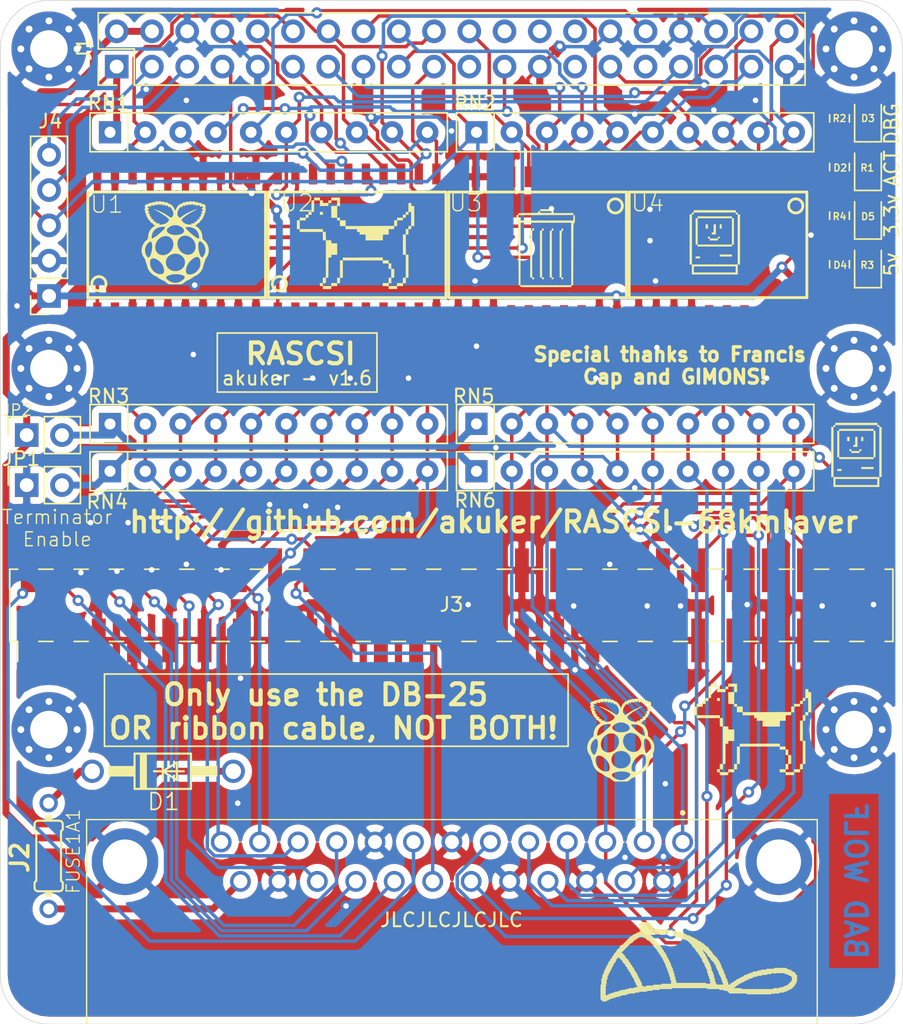
<source format=kicad_pcb>
(kicad_pcb (version 20171130) (host pcbnew "(5.1.6)-1")
  (layers (0 Top signal hide) (31 Bottom signal hide) (34 B.Paste user) (35 F.Paste user) (36 B.SilkS user) (37 F.SilkS user) (38 B.Mask user) (39 F.Mask user) (44 Edge.Cuts user))
  (net 0 "")
  (net 1 GND)
  (net 2 +3V3)
  (net 3 +5V)
  (net 4 C-REQ)
  (net 5 C-MSG)
  (net 6 C-BSY)
  (net 7 C-SEL)
  (net 8 C-RST)
  (net 9 C-ACK)
  (net 10 C-ATN)
  (net 11 C-DP)
  (net 12 C-D0)
  (net 13 C-D1)
  (net 14 C-D2)
  (net 15 C-D3)
  (net 16 C-D4)
  (net 17 C-D5)
  (net 18 C-D6)
  (net 19 C-D7)
  (net 20 "Net-(D1-PadC)")
  (net 21 C-I_O)
  (net 22 C-C_D)
  (net 23 "Net-(J1-Pad26)")
  (net 24 TERMPOW)
  (net 25 "Net-(J3-Pad34)")
  (net 26 "Net-(J3-Pad26)")
  (net 27 "Net-(J3-Pad25)")
  (net 28 PI-D7)
  (net 29 PI-D6)
  (net 30 PI-D5)
  (net 31 PI-D4)
  (net 32 PI-D3)
  (net 33 PI-D2)
  (net 34 PI-D1)
  (net 35 PI-D0)
  (net 36 PI-DP)
  (net 37 PI-BSY)
  (net 38 PI-MSG)
  (net 39 PI-C_D)
  (net 40 PI-REQ)
  (net 41 PI-I_O)
  (net 42 PI-ATN)
  (net 43 PI-ACK)
  (net 44 PI-RST)
  (net 45 PI-SEL)
  (net 46 "Net-(J1-Pad31)")
  (net 47 "Net-(J1-Pad28)")
  (net 48 "Net-(J1-Pad27)")
  (net 49 "Net-(J1-Pad24)")
  (net 50 "Net-(J1-Pad21)")
  (net 51 "Net-(D2-Pad2)")
  (net 52 "Net-(D3-Pad2)")
  (net 53 "Net-(D4-Pad2)")
  (net 54 "Net-(D5-Pad2)")
  (net 55 DBG_LED)
  (net 56 PI_SCL)
  (net 57 PI_SDA)
  (net 58 "Net-(JP1-Pad2)")
  (net 59 "Net-(JP2-Pad2)")
  (net 60 PI-ACT)
  (module rascsi_din:pi_logo (layer Top) (at 187.1 60)
    (fp_text reference L7 hide)
    (fp_text value "Raspberry Pi" hide)
  )
  (module Resistor_THT:R_Array_SIP10 (layer Top) (at 208.8 72.99)
    (fp_text reference RN5 (at -0.2 -1.99 180) (layer F.SilkS))
    (fp_text value 220)
    (pad 10 thru_hole oval (at 22.86 0) (size 1.6 1.6) (drill 0.8) (layers *.Cu *.Mask) (net 10 C-ATN))
    (pad 9 thru_hole oval (at 20.32 0) (size 1.6 1.6) (drill 0.8) (layers *.Cu *.Mask) (net 9 C-ACK))
    (pad 8 thru_hole oval (at 17.78 0) (size 1.6 1.6) (drill 0.8) (layers *.Cu *.Mask) (net 8 C-RST))
    (pad 7 thru_hole oval (at 15.24 0) (size 1.6 1.6) (drill 0.8) (layers *.Cu *.Mask) (net 7 C-SEL))
    (pad 6 thru_hole oval (at 12.7 0) (size 1.6 1.6) (drill 0.8) (layers *.Cu *.Mask) (net 6 C-BSY))
    (pad 5 thru_hole oval (at 10.16 0) (size 1.6 1.6) (drill 0.8) (layers *.Cu *.Mask) (net 5 C-MSG))
    (pad 4 thru_hole oval (at 7.62 0) (size 1.6 1.6) (drill 0.8) (layers *.Cu *.Mask) (net 22 C-C_D))
    (pad 3 thru_hole oval (at 5.08 0) (size 1.6 1.6) (drill 0.8) (layers *.Cu *.Mask) (net 4 C-REQ))
    (pad 2 thru_hole oval (at 2.54 0) (size 1.6 1.6) (drill 0.8) (layers *.Cu *.Mask) (net 21 C-I_O))
    (pad 1 thru_hole rect (at 0 0) (size 1.6 1.6) (drill 0.8) (layers *.Cu *.Mask) (net 59 "Net-(JP2-Pad2)"))
  )
  (module MountingHole:MountingHole_2.7mm_M2.5_Pad_Via (layer Top) (at 236 46)
    (fp_text reference H2 hide)
    (fp_text value Hole2 hide)
    (pad 1 thru_hole circle (at 1.431891 -1.431891) (size 0.8 0.8) (drill 0.5) (layers *.Cu *.Mask) (net 1 GND))
    (pad 1 thru_hole circle (at 0 -2.025) (size 0.8 0.8) (drill 0.5) (layers *.Cu *.Mask) (net 1 GND))
    (pad 1 thru_hole circle (at -1.431891 -1.431891) (size 0.8 0.8) (drill 0.5) (layers *.Cu *.Mask) (net 1 GND))
    (pad 1 thru_hole circle (at -2.025 0) (size 0.8 0.8) (drill 0.5) (layers *.Cu *.Mask) (net 1 GND))
    (pad 1 thru_hole circle (at -1.431891 1.431891) (size 0.8 0.8) (drill 0.5) (layers *.Cu *.Mask) (net 1 GND))
    (pad 1 thru_hole circle (at 0 2.025) (size 0.8 0.8) (drill 0.5) (layers *.Cu *.Mask) (net 1 GND))
    (pad 1 thru_hole circle (at 1.431891 1.431891) (size 0.8 0.8) (drill 0.5) (layers *.Cu *.Mask) (net 1 GND))
    (pad 1 thru_hole circle (at 2.025 0) (size 0.8 0.8) (drill 0.5) (layers *.Cu *.Mask) (net 1 GND))
    (pad 1 thru_hole circle (at 0 0) (size 5.4 5.4) (drill 2.7) (layers *.Cu *.Mask) (net 1 GND))
  )
  (module MountingHole:MountingHole_2.7mm_M2.5_Pad_Via (layer Top) (at 178 46)
    (fp_text reference H1 hide)
    (fp_text value Hole1 hide)
    (pad 1 thru_hole circle (at 1.431891 -1.431891) (size 0.8 0.8) (drill 0.5) (layers *.Cu *.Mask) (net 1 GND))
    (pad 1 thru_hole circle (at 0 -2.025) (size 0.8 0.8) (drill 0.5) (layers *.Cu *.Mask) (net 1 GND))
    (pad 1 thru_hole circle (at -1.431891 -1.431891) (size 0.8 0.8) (drill 0.5) (layers *.Cu *.Mask) (net 1 GND))
    (pad 1 thru_hole circle (at -2.025 0) (size 0.8 0.8) (drill 0.5) (layers *.Cu *.Mask) (net 1 GND))
    (pad 1 thru_hole circle (at -1.431891 1.431891) (size 0.8 0.8) (drill 0.5) (layers *.Cu *.Mask) (net 1 GND))
    (pad 1 thru_hole circle (at 0 2.025) (size 0.8 0.8) (drill 0.5) (layers *.Cu *.Mask) (net 1 GND))
    (pad 1 thru_hole circle (at 1.431891 1.431891) (size 0.8 0.8) (drill 0.5) (layers *.Cu *.Mask) (net 1 GND))
    (pad 1 thru_hole circle (at 2.025 0) (size 0.8 0.8) (drill 0.5) (layers *.Cu *.Mask) (net 1 GND))
    (pad 1 thru_hole circle (at 0 0) (size 5.4 5.4) (drill 2.7) (layers *.Cu *.Mask) (net 1 GND))
  )
  (module Connector_PinSocket_2.54mm:PinSocket_1x05_P2.54mm_Vertical (layer Top) (at 178.01 63.78 180)
    (fp_text reference J4 (at -0.09 12.58) (layer F.SilkS))
    (fp_text value "I2C Pinout")
    (pad 5 thru_hole oval (at 0 10.16 180) (size 1.7 1.7) (drill 1) (layers *.Cu *.Mask) (net 57 PI_SDA))
    (pad 4 thru_hole oval (at 0 7.62 180) (size 1.7 1.7) (drill 1) (layers *.Cu *.Mask) (net 56 PI_SCL))
    (pad 3 thru_hole oval (at 0 5.08 180) (size 1.7 1.7) (drill 1) (layers *.Cu *.Mask) (net 2 +3V3))
    (pad 2 thru_hole oval (at 0 2.54 180) (size 1.7 1.7) (drill 1) (layers *.Cu *.Mask) (net 1 GND))
    (pad 1 thru_hole rect (at 0 0 180) (size 1.7 1.7) (drill 1) (layers *.Cu *.Mask) (net 3 +5V))
  )
  (module rascsi_din:mac_trashcan (layer Top) (at 213.8 60.5)
    (fp_text reference L6 hide)
    (fp_text value "Mac Trashcan" hide)
  )
  (module rascsi_din:pi_logo (layer Top) (at 219.2 95.8)
    (fp_text reference L5 hide)
    (fp_text value "Raspberry Pi" hide)
  )
  (module rascsi_din:dogcow (layer Top) (at 200.1 60)
    (fp_text reference L4 hide)
    (fp_text value Dogcow2 hide)
  )
  (module rascsi_din:mac_happy_small (layer Top) (at 236.2 75.2)
    (fp_text reference L3 hide)
    (fp_text value Mac2 hide)
  )
  (module rascsi_din:dogcow (layer Top) (at 228.7 95)
    (fp_text reference L2 hide)
    (fp_text value Dogcow hide)
  )
  (module rascsi_din:mac_happy_small (layer Top) (at 226 59.9)
    (fp_text reference L1 hide)
    (fp_text value Mac hide)
  )
  (module Connector_PinSocket_2.54mm:PinSocket_1x02_P2.54mm_Vertical (layer Top) (at 176.4 73.8 90)
    (fp_text reference JP2 (at 1.8 -0.7 180) (layer F.SilkS) (effects (font (size 0.8 0.8) (thickness 0.1))))
    (fp_text value Term_Enable_5v)
    (pad 2 thru_hole oval (at 0 2.54 90) (size 1.7 1.7) (drill 1) (layers *.Cu *.Mask) (net 59 "Net-(JP2-Pad2)"))
    (pad 1 thru_hole rect (at 0 0 90) (size 1.7 1.7) (drill 1) (layers *.Cu *.Mask) (net 3 +5V))
  )
  (module Connector_PinSocket_2.54mm:PinSocket_1x02_P2.54mm_Vertical (layer Top) (at 176.4 77.4 90)
    (fp_text reference JP1 (at 1.9 -0.4 180) (layer F.SilkS))
    (fp_text value Term_Enable_GND)
    (pad 2 thru_hole oval (at 0 2.54 90) (size 1.7 1.7) (drill 1) (layers *.Cu *.Mask) (net 58 "Net-(JP1-Pad2)"))
    (pad 1 thru_hole rect (at 0 0 90) (size 1.7 1.7) (drill 1) (layers *.Cu *.Mask) (net 1 GND))
  )
  (module MountingHole:MountingHole_2.7mm_M2.5_Pad_Via (layer Top) (at 236 95)
    (fp_text reference H6 hide)
    (fp_text value Hole6)
    (pad 1 thru_hole circle (at 1.431891 -1.431891) (size 0.8 0.8) (drill 0.5) (layers *.Cu *.Mask) (net 1 GND))
    (pad 1 thru_hole circle (at 0 -2.025) (size 0.8 0.8) (drill 0.5) (layers *.Cu *.Mask) (net 1 GND))
    (pad 1 thru_hole circle (at -1.431891 -1.431891) (size 0.8 0.8) (drill 0.5) (layers *.Cu *.Mask) (net 1 GND))
    (pad 1 thru_hole circle (at -2.025 0) (size 0.8 0.8) (drill 0.5) (layers *.Cu *.Mask) (net 1 GND))
    (pad 1 thru_hole circle (at -1.431891 1.431891) (size 0.8 0.8) (drill 0.5) (layers *.Cu *.Mask) (net 1 GND))
    (pad 1 thru_hole circle (at 0 2.025) (size 0.8 0.8) (drill 0.5) (layers *.Cu *.Mask) (net 1 GND))
    (pad 1 thru_hole circle (at 1.431891 1.431891) (size 0.8 0.8) (drill 0.5) (layers *.Cu *.Mask) (net 1 GND))
    (pad 1 thru_hole circle (at 2.025 0) (size 0.8 0.8) (drill 0.5) (layers *.Cu *.Mask) (net 1 GND))
    (pad 1 thru_hole circle (at 0 0) (size 5.4 5.4) (drill 2.7) (layers *.Cu *.Mask) (net 1 GND))
  )
  (module MountingHole:MountingHole_2.7mm_M2.5_Pad_Via (layer Top) (at 178 95)
    (fp_text reference H5 hide)
    (fp_text value Hole4)
    (pad 1 thru_hole circle (at 1.431891 -1.431891) (size 0.8 0.8) (drill 0.5) (layers *.Cu *.Mask) (net 1 GND))
    (pad 1 thru_hole circle (at 0 -2.025) (size 0.8 0.8) (drill 0.5) (layers *.Cu *.Mask) (net 1 GND))
    (pad 1 thru_hole circle (at -1.431891 -1.431891) (size 0.8 0.8) (drill 0.5) (layers *.Cu *.Mask) (net 1 GND))
    (pad 1 thru_hole circle (at -2.025 0) (size 0.8 0.8) (drill 0.5) (layers *.Cu *.Mask) (net 1 GND))
    (pad 1 thru_hole circle (at -1.431891 1.431891) (size 0.8 0.8) (drill 0.5) (layers *.Cu *.Mask) (net 1 GND))
    (pad 1 thru_hole circle (at 0 2.025) (size 0.8 0.8) (drill 0.5) (layers *.Cu *.Mask) (net 1 GND))
    (pad 1 thru_hole circle (at 1.431891 1.431891) (size 0.8 0.8) (drill 0.5) (layers *.Cu *.Mask) (net 1 GND))
    (pad 1 thru_hole circle (at 2.025 0) (size 0.8 0.8) (drill 0.5) (layers *.Cu *.Mask) (net 1 GND))
    (pad 1 thru_hole circle (at 0 0) (size 5.4 5.4) (drill 2.7) (layers *.Cu *.Mask) (net 1 GND))
  )
  (module MountingHole:MountingHole_2.7mm_M2.5_Pad_Via (layer Top) (at 236 69)
    (fp_text reference H4 hide)
    (fp_text value Hole5 hide)
    (pad 1 thru_hole circle (at 1.431891 -1.431891) (size 0.8 0.8) (drill 0.5) (layers *.Cu *.Mask) (net 1 GND))
    (pad 1 thru_hole circle (at 0 -2.025) (size 0.8 0.8) (drill 0.5) (layers *.Cu *.Mask) (net 1 GND))
    (pad 1 thru_hole circle (at -1.431891 -1.431891) (size 0.8 0.8) (drill 0.5) (layers *.Cu *.Mask) (net 1 GND))
    (pad 1 thru_hole circle (at -2.025 0) (size 0.8 0.8) (drill 0.5) (layers *.Cu *.Mask) (net 1 GND))
    (pad 1 thru_hole circle (at -1.431891 1.431891) (size 0.8 0.8) (drill 0.5) (layers *.Cu *.Mask) (net 1 GND))
    (pad 1 thru_hole circle (at 0 2.025) (size 0.8 0.8) (drill 0.5) (layers *.Cu *.Mask) (net 1 GND))
    (pad 1 thru_hole circle (at 1.431891 1.431891) (size 0.8 0.8) (drill 0.5) (layers *.Cu *.Mask) (net 1 GND))
    (pad 1 thru_hole circle (at 2.025 0) (size 0.8 0.8) (drill 0.5) (layers *.Cu *.Mask) (net 1 GND))
    (pad 1 thru_hole circle (at 0 0) (size 5.4 5.4) (drill 2.7) (layers *.Cu *.Mask) (net 1 GND))
  )
  (module MountingHole:MountingHole_2.7mm_M2.5_Pad_Via (layer Top) (at 178 69)
    (fp_text reference H3 hide)
    (fp_text value Hole3 hide)
    (pad 1 thru_hole circle (at 1.431891 -1.431891) (size 0.8 0.8) (drill 0.5) (layers *.Cu *.Mask) (net 1 GND))
    (pad 1 thru_hole circle (at 0 -2.025) (size 0.8 0.8) (drill 0.5) (layers *.Cu *.Mask) (net 1 GND))
    (pad 1 thru_hole circle (at -1.431891 -1.431891) (size 0.8 0.8) (drill 0.5) (layers *.Cu *.Mask) (net 1 GND))
    (pad 1 thru_hole circle (at -2.025 0) (size 0.8 0.8) (drill 0.5) (layers *.Cu *.Mask) (net 1 GND))
    (pad 1 thru_hole circle (at -1.431891 1.431891) (size 0.8 0.8) (drill 0.5) (layers *.Cu *.Mask) (net 1 GND))
    (pad 1 thru_hole circle (at 0 2.025) (size 0.8 0.8) (drill 0.5) (layers *.Cu *.Mask) (net 1 GND))
    (pad 1 thru_hole circle (at 1.431891 1.431891) (size 0.8 0.8) (drill 0.5) (layers *.Cu *.Mask) (net 1 GND))
    (pad 1 thru_hole circle (at 2.025 0) (size 0.8 0.8) (drill 0.5) (layers *.Cu *.Mask) (net 1 GND))
    (pad 1 thru_hole circle (at 0 0) (size 5.4 5.4) (drill 2.7) (layers *.Cu *.Mask) (net 1 GND))
  )
  (module Library_Loader:DLS3XS6AK44X (layer Top) (at 223.65 103.09)
    (fp_text reference J2 (at -47.75 1.11 90) (layer F.SilkS) (effects (font (size 1.27 1.27) (thickness 0.254))))
    (fp_text value DLS3XS6AK44X hide)
    (pad MH2 thru_hole circle (at -40.17 1.42) (size 4.8 4.8) (drill 3.2) (layers *.Cu *.Mask) (net 1 GND))
    (pad MH1 thru_hole circle (at 6.93 1.42) (size 4.8 4.8) (drill 3.2) (layers *.Cu *.Mask) (net 1 GND))
    (pad 25 thru_hole circle (at -31.855 2.84) (size 1.5 1.5) (drill 1) (layers *.Cu *.Mask) (net 24 TERMPOW))
    (pad 24 thru_hole circle (at -29.085 2.84) (size 1.5 1.5) (drill 1) (layers *.Cu *.Mask) (net 1 GND))
    (pad 23 thru_hole circle (at -26.315 2.84) (size 1.5 1.5) (drill 1) (layers *.Cu *.Mask) (net 16 C-D4))
    (pad 22 thru_hole circle (at -23.545 2.84) (size 1.5 1.5) (drill 1) (layers *.Cu *.Mask) (net 14 C-D2))
    (pad 21 thru_hole circle (at -20.775 2.84) (size 1.5 1.5) (drill 1) (layers *.Cu *.Mask) (net 13 C-D1))
    (pad 20 thru_hole circle (at -18.005 2.84) (size 1.5 1.5) (drill 1) (layers *.Cu *.Mask) (net 11 C-DP))
    (pad 19 thru_hole circle (at -15.235 2.84) (size 1.5 1.5) (drill 1) (layers *.Cu *.Mask) (net 7 C-SEL))
    (pad 18 thru_hole circle (at -12.465 2.84) (size 1.5 1.5) (drill 1) (layers *.Cu *.Mask) (net 1 GND))
    (pad 17 thru_hole circle (at -9.695 2.84) (size 1.5 1.5) (drill 1) (layers *.Cu *.Mask) (net 10 C-ATN))
    (pad 16 thru_hole circle (at -6.925 2.84) (size 1.5 1.5) (drill 1) (layers *.Cu *.Mask) (net 1 GND))
    (pad 15 thru_hole circle (at -4.155 2.84) (size 1.5 1.5) (drill 1) (layers *.Cu *.Mask) (net 22 C-C_D))
    (pad 14 thru_hole circle (at -1.385 2.84) (size 1.5 1.5) (drill 1) (layers *.Cu *.Mask) (net 1 GND))
    (pad 13 thru_hole circle (at -33.24 0) (size 1.5 1.5) (drill 1) (layers *.Cu *.Mask) (net 19 C-D7))
    (pad 12 thru_hole circle (at -30.47 0) (size 1.5 1.5) (drill 1) (layers *.Cu *.Mask) (net 18 C-D6))
    (pad 11 thru_hole circle (at -27.7 0) (size 1.5 1.5) (drill 1) (layers *.Cu *.Mask) (net 17 C-D5))
    (pad 10 thru_hole circle (at -24.93 0) (size 1.5 1.5) (drill 1) (layers *.Cu *.Mask) (net 15 C-D3))
    (pad 9 thru_hole circle (at -22.16 0) (size 1.5 1.5) (drill 1) (layers *.Cu *.Mask) (net 1 GND))
    (pad 8 thru_hole circle (at -19.39 0) (size 1.5 1.5) (drill 1) (layers *.Cu *.Mask) (net 12 C-D0))
    (pad 7 thru_hole circle (at -16.62 0) (size 1.5 1.5) (drill 1) (layers *.Cu *.Mask) (net 1 GND))
    (pad 6 thru_hole circle (at -13.85 0) (size 1.5 1.5) (drill 1) (layers *.Cu *.Mask) (net 6 C-BSY))
    (pad 5 thru_hole circle (at -11.08 0) (size 1.5 1.5) (drill 1) (layers *.Cu *.Mask) (net 9 C-ACK))
    (pad 4 thru_hole circle (at -8.31 0) (size 1.5 1.5) (drill 1) (layers *.Cu *.Mask) (net 8 C-RST))
    (pad 3 thru_hole circle (at -5.54 0) (size 1.5 1.5) (drill 1) (layers *.Cu *.Mask) (net 21 C-I_O))
    (pad 2 thru_hole circle (at -2.77 0) (size 1.5 1.5) (drill 1) (layers *.Cu *.Mask) (net 5 C-MSG))
    (pad 1 thru_hole circle (at 0 0) (size 1.5 1.5) (drill 1) (layers *.Cu *.Mask) (net 4 C-REQ))
  )
  (module Resistor_SMD:R_0805_2012Metric (layer Top) (at 234.95 58 270)
    (fp_text reference R4 (at 0.0625 0 180) (layer F.SilkS) (effects (font (size 0.5 0.5) (thickness 0.1))))
    (fp_text value 44)
    (pad 2 smd roundrect (at 0.9375 0 270) (size 0.975 1.4) (layers Top F.Paste F.Mask) (net 54 "Net-(D5-Pad2)"))
    (pad 1 smd roundrect (at -0.9375 0 270) (size 0.975 1.4) (layers Top F.Paste F.Mask) (net 2 +3V3))
  )
  (module Resistor_SMD:R_0805_2012Metric (layer Top) (at 234.95 61.5 270)
    (fp_text reference R3 (at 0.0625 -2 180) (layer F.SilkS) (effects (font (size 0.5 0.5) (thickness 0.1))))
    (fp_text value 112)
    (pad 2 smd roundrect (at 0.9375 0 270) (size 0.975 1.4) (layers Top F.Paste F.Mask) (net 53 "Net-(D4-Pad2)"))
    (pad 1 smd roundrect (at -0.9375 0 270) (size 0.975 1.4) (layers Top F.Paste F.Mask) (net 3 +5V))
  )
  (module Resistor_SMD:R_0805_2012Metric (layer Top) (at 234.95 51 270)
    (fp_text reference R2 (at 0 0 180) (layer F.SilkS) (effects (font (size 0.5 0.5) (thickness 0.1))))
    (fp_text value 44)
    (pad 2 smd roundrect (at 0.9375 0 270) (size 0.975 1.4) (layers Top F.Paste F.Mask) (net 52 "Net-(D3-Pad2)"))
    (pad 1 smd roundrect (at -0.9375 0 270) (size 0.975 1.4) (layers Top F.Paste F.Mask) (net 55 DBG_LED))
  )
  (module Resistor_SMD:R_0805_2012Metric (layer Top) (at 234.95 54.5 270)
    (fp_text reference R1 (at 0.0625 -2 180) (layer F.SilkS) (effects (font (size 0.5 0.5) (thickness 0.1))))
    (fp_text value 44)
    (pad 2 smd roundrect (at 0.9375 0 270) (size 0.975 1.4) (layers Top F.Paste F.Mask) (net 51 "Net-(D2-Pad2)"))
    (pad 1 smd roundrect (at -0.9375 0 270) (size 0.975 1.4) (layers Top F.Paste F.Mask) (net 60 PI-ACT))
  )
  (module LED_SMD:LED_0805_2012Metric (layer Top) (at 237 58 90)
    (fp_text reference D5 (at -0.0625 0 180) (layer F.SilkS) (effects (font (size 0.5 0.5) (thickness 0.1))))
    (fp_text value LED_Small)
    (pad 2 smd roundrect (at 0.9375 0 90) (size 0.975 1.4) (layers Top F.Paste F.Mask) (net 54 "Net-(D5-Pad2)"))
    (pad 1 smd roundrect (at -0.9375 0 90) (size 0.975 1.4) (layers Top F.Paste F.Mask) (net 1 GND))
  )
  (module LED_SMD:LED_0805_2012Metric (layer Top) (at 237 61.5 90)
    (fp_text reference D4 (at -0.0625 -2 180) (layer F.SilkS) (effects (font (size 0.5 0.5) (thickness 0.1))))
    (fp_text value LED_Small)
    (pad 2 smd roundrect (at 0.9375 0 90) (size 0.975 1.4) (layers Top F.Paste F.Mask) (net 53 "Net-(D4-Pad2)"))
    (pad 1 smd roundrect (at -0.9375 0 90) (size 0.975 1.4) (layers Top F.Paste F.Mask) (net 1 GND))
  )
  (module LED_SMD:LED_0805_2012Metric (layer Top) (at 237 51 90)
    (fp_text reference D3 (at 0.0025 0 180) (layer F.SilkS) (effects (font (size 0.5 0.5) (thickness 0.1))))
    (fp_text value LED_Small)
    (pad 2 smd roundrect (at 0.9375 0 90) (size 0.975 1.4) (layers Top F.Paste F.Mask) (net 52 "Net-(D3-Pad2)"))
    (pad 1 smd roundrect (at -0.9375 0 90) (size 0.975 1.4) (layers Top F.Paste F.Mask) (net 1 GND))
  )
  (module LED_SMD:LED_0805_2012Metric (layer Top) (at 237 54.5 90)
    (fp_text reference D2 (at -0.0625 -2 180) (layer F.SilkS) (effects (font (size 0.5 0.5) (thickness 0.1))))
    (fp_text value LED_Small)
    (pad 2 smd roundrect (at 0.9375 0 90) (size 0.975 1.4) (layers Top F.Paste F.Mask) (net 51 "Net-(D2-Pad2)"))
    (pad 1 smd roundrect (at -0.9375 0 90) (size 0.975 1.4) (layers Top F.Paste F.Mask) (net 1 GND))
  )
  (module rascsi_din:LOGO (layer Top) (at 217.7 114.6)
    (fp_text reference U$1 hide)
    (fp_text value LOGO hide)
  )
  (module rascsi_din:SOIC20S (layer Top) (at 226.2 60.2 180)
    (fp_text reference U4 (at 3.8 2.4 180) (layer F.SilkS) (effects (font (size 1.2065 1.2065) (thickness 0.09652)) (justify right bottom)))
    (fp_text value SN74LS641-1C hide)
    (pad 20 smd rect (at -5.715 -5 180) (size 0.6 1.5) (layers Top F.Paste F.Mask) (net 3 +5V))
    (pad 19 smd rect (at -4.445 -5 180) (size 0.6 1.5) (layers Top F.Paste F.Mask) (net 1 GND))
    (pad 18 smd rect (at -3.175 -5 180) (size 0.6 1.5) (layers Top F.Paste F.Mask) (net 10 C-ATN))
    (pad 17 smd rect (at -1.905 -5 180) (size 0.6 1.5) (layers Top F.Paste F.Mask) (net 9 C-ACK))
    (pad 16 smd rect (at -0.635 -5 180) (size 0.6 1.5) (layers Top F.Paste F.Mask) (net 8 C-RST))
    (pad 15 smd rect (at 0.635 -5 180) (size 0.6 1.5) (layers Top F.Paste F.Mask) (net 7 C-SEL))
    (pad 14 smd rect (at 1.905 -5 180) (size 0.6 1.5) (layers Top F.Paste F.Mask) (net 1 GND))
    (pad 13 smd rect (at 3.175 -5 180) (size 0.6 1.5) (layers Top F.Paste F.Mask) (net 1 GND))
    (pad 12 smd rect (at 4.445 -5 180) (size 0.6 1.5) (layers Top F.Paste F.Mask) (net 1 GND))
    (pad 11 smd rect (at 5.715 -5 180) (size 0.6 1.5) (layers Top F.Paste F.Mask) (net 1 GND))
    (pad 10 smd rect (at 5.715 5 180) (size 0.6 1.5) (layers Top F.Paste F.Mask) (net 1 GND))
    (pad 9 smd rect (at 4.445 5 180) (size 0.6 1.5) (layers Top F.Paste F.Mask) (net 1 GND))
    (pad 8 smd rect (at 3.175 5 180) (size 0.6 1.5) (layers Top F.Paste F.Mask) (net 1 GND))
    (pad 7 smd rect (at 1.905 5 180) (size 0.6 1.5) (layers Top F.Paste F.Mask) (net 1 GND))
    (pad 6 smd rect (at 0.635 5 180) (size 0.6 1.5) (layers Top F.Paste F.Mask) (net 1 GND))
    (pad 5 smd rect (at -0.635 5 180) (size 0.6 1.5) (layers Top F.Paste F.Mask) (net 45 PI-SEL))
    (pad 4 smd rect (at -1.905 5 180) (size 0.6 1.5) (layers Top F.Paste F.Mask) (net 44 PI-RST))
    (pad 3 smd rect (at -3.175 5 180) (size 0.6 1.5) (layers Top F.Paste F.Mask) (net 43 PI-ACK))
    (pad 2 smd rect (at -4.445 5 180) (size 0.6 1.5) (layers Top F.Paste F.Mask) (net 42 PI-ATN))
    (pad 1 smd rect (at -5.715 5 180) (size 0.6 1.5) (layers Top F.Paste F.Mask) (net 1 GND))
  )
  (module rascsi_din:SOIC20S (layer Top) (at 213.2 60.2 180)
    (fp_text reference U3 (at 3.9 2.4 180) (layer F.SilkS) (effects (font (size 1.2065 1.2065) (thickness 0.09652)) (justify right bottom)))
    (fp_text value SN74LS641-1C hide)
    (pad 20 smd rect (at -5.715 -5 180) (size 0.6 1.5) (layers Top F.Paste F.Mask) (net 3 +5V))
    (pad 19 smd rect (at -4.445 -5 180) (size 0.6 1.5) (layers Top F.Paste F.Mask) (net 1 GND))
    (pad 18 smd rect (at -3.175 -5 180) (size 0.6 1.5) (layers Top F.Paste F.Mask) (net 6 C-BSY))
    (pad 17 smd rect (at -1.905 -5 180) (size 0.6 1.5) (layers Top F.Paste F.Mask) (net 5 C-MSG))
    (pad 16 smd rect (at -0.635 -5 180) (size 0.6 1.5) (layers Top F.Paste F.Mask) (net 22 C-C_D))
    (pad 15 smd rect (at 0.635 -5 180) (size 0.6 1.5) (layers Top F.Paste F.Mask) (net 4 C-REQ))
    (pad 14 smd rect (at 1.905 -5 180) (size 0.6 1.5) (layers Top F.Paste F.Mask) (net 21 C-I_O))
    (pad 13 smd rect (at 3.175 -5 180) (size 0.6 1.5) (layers Top F.Paste F.Mask) (net 1 GND))
    (pad 12 smd rect (at 4.445 -5 180) (size 0.6 1.5) (layers Top F.Paste F.Mask) (net 1 GND))
    (pad 11 smd rect (at 5.715 -5 180) (size 0.6 1.5) (layers Top F.Paste F.Mask) (net 1 GND))
    (pad 10 smd rect (at 5.715 5 180) (size 0.6 1.5) (layers Top F.Paste F.Mask) (net 1 GND))
    (pad 9 smd rect (at 4.445 5 180) (size 0.6 1.5) (layers Top F.Paste F.Mask) (net 1 GND))
    (pad 8 smd rect (at 3.175 5 180) (size 0.6 1.5) (layers Top F.Paste F.Mask) (net 1 GND))
    (pad 7 smd rect (at 1.905 5 180) (size 0.6 1.5) (layers Top F.Paste F.Mask) (net 1 GND))
    (pad 6 smd rect (at 0.635 5 180) (size 0.6 1.5) (layers Top F.Paste F.Mask) (net 41 PI-I_O))
    (pad 5 smd rect (at -0.635 5 180) (size 0.6 1.5) (layers Top F.Paste F.Mask) (net 40 PI-REQ))
    (pad 4 smd rect (at -1.905 5 180) (size 0.6 1.5) (layers Top F.Paste F.Mask) (net 39 PI-C_D))
    (pad 3 smd rect (at -3.175 5 180) (size 0.6 1.5) (layers Top F.Paste F.Mask) (net 38 PI-MSG))
    (pad 2 smd rect (at -4.445 5 180) (size 0.6 1.5) (layers Top F.Paste F.Mask) (net 37 PI-BSY))
    (pad 1 smd rect (at -5.715 5 180) (size 0.6 1.5) (layers Top F.Paste F.Mask) (net 60 PI-ACT))
  )
  (module rascsi_din:SOIC20S (layer Top) (at 200.2 60)
    (fp_text reference U2 (at -5.6 -2.2 180) (layer F.SilkS) (effects (font (size 1.2065 1.2065) (thickness 0.09652)) (justify left bottom)))
    (fp_text value SN74LS641-1C hide)
    (pad 20 smd rect (at -5.715 -5) (size 0.6 1.5) (layers Top F.Paste F.Mask) (net 3 +5V))
    (pad 19 smd rect (at -4.445 -5) (size 0.6 1.5) (layers Top F.Paste F.Mask) (net 1 GND))
    (pad 18 smd rect (at -3.175 -5) (size 0.6 1.5) (layers Top F.Paste F.Mask) (net 35 PI-D0))
    (pad 17 smd rect (at -1.905 -5) (size 0.6 1.5) (layers Top F.Paste F.Mask) (net 34 PI-D1))
    (pad 16 smd rect (at -0.635 -5) (size 0.6 1.5) (layers Top F.Paste F.Mask) (net 33 PI-D2))
    (pad 15 smd rect (at 0.635 -5) (size 0.6 1.5) (layers Top F.Paste F.Mask) (net 32 PI-D3))
    (pad 14 smd rect (at 1.905 -5) (size 0.6 1.5) (layers Top F.Paste F.Mask) (net 31 PI-D4))
    (pad 13 smd rect (at 3.175 -5) (size 0.6 1.5) (layers Top F.Paste F.Mask) (net 30 PI-D5))
    (pad 12 smd rect (at 4.445 -5) (size 0.6 1.5) (layers Top F.Paste F.Mask) (net 29 PI-D6))
    (pad 11 smd rect (at 5.715 -5) (size 0.6 1.5) (layers Top F.Paste F.Mask) (net 28 PI-D7))
    (pad 10 smd rect (at 5.715 5) (size 0.6 1.5) (layers Top F.Paste F.Mask) (net 1 GND))
    (pad 9 smd rect (at 4.445 5) (size 0.6 1.5) (layers Top F.Paste F.Mask) (net 19 C-D7))
    (pad 8 smd rect (at 3.175 5) (size 0.6 1.5) (layers Top F.Paste F.Mask) (net 18 C-D6))
    (pad 7 smd rect (at 1.905 5) (size 0.6 1.5) (layers Top F.Paste F.Mask) (net 17 C-D5))
    (pad 6 smd rect (at 0.635 5) (size 0.6 1.5) (layers Top F.Paste F.Mask) (net 16 C-D4))
    (pad 5 smd rect (at -0.635 5) (size 0.6 1.5) (layers Top F.Paste F.Mask) (net 15 C-D3))
    (pad 4 smd rect (at -1.905 5) (size 0.6 1.5) (layers Top F.Paste F.Mask) (net 14 C-D2))
    (pad 3 smd rect (at -3.175 5) (size 0.6 1.5) (layers Top F.Paste F.Mask) (net 13 C-D1))
    (pad 2 smd rect (at -4.445 5) (size 0.6 1.5) (layers Top F.Paste F.Mask) (net 12 C-D0))
    (pad 1 smd rect (at -5.715 5) (size 0.6 1.5) (layers Top F.Paste F.Mask) (net 41 PI-I_O))
  )
  (module rascsi_din:SOIC20S (layer Top) (at 187.2 60)
    (fp_text reference U1 (at -6.3 -2.1) (layer F.SilkS) (effects (font (size 1.2065 1.2065) (thickness 0.09652)) (justify left bottom)))
    (fp_text value SN74LS641-1C hide)
    (pad 20 smd rect (at -5.715 -5) (size 0.6 1.5) (layers Top F.Paste F.Mask) (net 3 +5V))
    (pad 19 smd rect (at -4.445 -5) (size 0.6 1.5) (layers Top F.Paste F.Mask) (net 1 GND))
    (pad 18 smd rect (at -3.175 -5) (size 0.6 1.5) (layers Top F.Paste F.Mask) (net 36 PI-DP))
    (pad 17 smd rect (at -1.905 -5) (size 0.6 1.5) (layers Top F.Paste F.Mask) (net 1 GND))
    (pad 16 smd rect (at -0.635 -5) (size 0.6 1.5) (layers Top F.Paste F.Mask) (net 1 GND))
    (pad 15 smd rect (at 0.635 -5) (size 0.6 1.5) (layers Top F.Paste F.Mask) (net 1 GND))
    (pad 14 smd rect (at 1.905 -5) (size 0.6 1.5) (layers Top F.Paste F.Mask) (net 1 GND))
    (pad 13 smd rect (at 3.175 -5) (size 0.6 1.5) (layers Top F.Paste F.Mask) (net 1 GND))
    (pad 12 smd rect (at 4.445 -5) (size 0.6 1.5) (layers Top F.Paste F.Mask) (net 1 GND))
    (pad 11 smd rect (at 5.715 -5) (size 0.6 1.5) (layers Top F.Paste F.Mask) (net 1 GND))
    (pad 10 smd rect (at 5.715 5) (size 0.6 1.5) (layers Top F.Paste F.Mask) (net 1 GND))
    (pad 9 smd rect (at 4.445 5) (size 0.6 1.5) (layers Top F.Paste F.Mask) (net 1 GND))
    (pad 8 smd rect (at 3.175 5) (size 0.6 1.5) (layers Top F.Paste F.Mask) (net 1 GND))
    (pad 7 smd rect (at 1.905 5) (size 0.6 1.5) (layers Top F.Paste F.Mask) (net 1 GND))
    (pad 6 smd rect (at 0.635 5) (size 0.6 1.5) (layers Top F.Paste F.Mask) (net 1 GND))
    (pad 5 smd rect (at -0.635 5) (size 0.6 1.5) (layers Top F.Paste F.Mask) (net 1 GND))
    (pad 4 smd rect (at -1.905 5) (size 0.6 1.5) (layers Top F.Paste F.Mask) (net 1 GND))
    (pad 3 smd rect (at -3.175 5) (size 0.6 1.5) (layers Top F.Paste F.Mask) (net 1 GND))
    (pad 2 smd rect (at -4.445 5) (size 0.6 1.5) (layers Top F.Paste F.Mask) (net 11 C-DP))
    (pad 1 smd rect (at -5.715 5) (size 0.6 1.5) (layers Top F.Paste F.Mask) (net 41 PI-I_O))
  )
  (module Resistor_THT:R_Array_SIP10 (layer Top) (at 208.8 76.4)
    (fp_text reference RN6 (at -0.1 2.1 180) (layer F.SilkS))
    (fp_text value 330)
    (pad 10 thru_hole oval (at 22.86 0) (size 1.6 1.6) (drill 0.8) (layers *.Cu *.Mask) (net 10 C-ATN))
    (pad 9 thru_hole oval (at 20.32 0) (size 1.6 1.6) (drill 0.8) (layers *.Cu *.Mask) (net 9 C-ACK))
    (pad 8 thru_hole oval (at 17.78 0) (size 1.6 1.6) (drill 0.8) (layers *.Cu *.Mask) (net 8 C-RST))
    (pad 7 thru_hole oval (at 15.24 0) (size 1.6 1.6) (drill 0.8) (layers *.Cu *.Mask) (net 7 C-SEL))
    (pad 6 thru_hole oval (at 12.7 0) (size 1.6 1.6) (drill 0.8) (layers *.Cu *.Mask) (net 6 C-BSY))
    (pad 5 thru_hole oval (at 10.16 0) (size 1.6 1.6) (drill 0.8) (layers *.Cu *.Mask) (net 5 C-MSG))
    (pad 4 thru_hole oval (at 7.62 0) (size 1.6 1.6) (drill 0.8) (layers *.Cu *.Mask) (net 22 C-C_D))
    (pad 3 thru_hole oval (at 5.08 0) (size 1.6 1.6) (drill 0.8) (layers *.Cu *.Mask) (net 4 C-REQ))
    (pad 2 thru_hole oval (at 2.54 0) (size 1.6 1.6) (drill 0.8) (layers *.Cu *.Mask) (net 21 C-I_O))
    (pad 1 thru_hole rect (at 0 0) (size 1.6 1.6) (drill 0.8) (layers *.Cu *.Mask) (net 58 "Net-(JP1-Pad2)"))
  )
  (module Resistor_THT:R_Array_SIP10 (layer Top) (at 182.4 76.4)
    (fp_text reference RN4 (at -0.2 2.2 180) (layer F.SilkS))
    (fp_text value 330)
    (pad 10 thru_hole oval (at 22.86 0) (size 1.6 1.6) (drill 0.8) (layers *.Cu *.Mask) (net 19 C-D7))
    (pad 9 thru_hole oval (at 20.32 0) (size 1.6 1.6) (drill 0.8) (layers *.Cu *.Mask) (net 18 C-D6))
    (pad 8 thru_hole oval (at 17.78 0) (size 1.6 1.6) (drill 0.8) (layers *.Cu *.Mask) (net 17 C-D5))
    (pad 7 thru_hole oval (at 15.24 0) (size 1.6 1.6) (drill 0.8) (layers *.Cu *.Mask) (net 16 C-D4))
    (pad 6 thru_hole oval (at 12.7 0) (size 1.6 1.6) (drill 0.8) (layers *.Cu *.Mask) (net 15 C-D3))
    (pad 5 thru_hole oval (at 10.16 0) (size 1.6 1.6) (drill 0.8) (layers *.Cu *.Mask) (net 14 C-D2))
    (pad 4 thru_hole oval (at 7.62 0) (size 1.6 1.6) (drill 0.8) (layers *.Cu *.Mask) (net 13 C-D1))
    (pad 3 thru_hole oval (at 5.08 0) (size 1.6 1.6) (drill 0.8) (layers *.Cu *.Mask) (net 12 C-D0))
    (pad 2 thru_hole oval (at 2.54 0) (size 1.6 1.6) (drill 0.8) (layers *.Cu *.Mask) (net 11 C-DP))
    (pad 1 thru_hole rect (at 0 0) (size 1.6 1.6) (drill 0.8) (layers *.Cu *.Mask) (net 58 "Net-(JP1-Pad2)"))
  )
  (module Resistor_THT:R_Array_SIP10 (layer Top) (at 182.4 73)
    (fp_text reference RN3 (at -0.1 -2 180) (layer F.SilkS))
    (fp_text value 220)
    (pad 10 thru_hole oval (at 22.86 0) (size 1.6 1.6) (drill 0.8) (layers *.Cu *.Mask) (net 19 C-D7))
    (pad 9 thru_hole oval (at 20.32 0) (size 1.6 1.6) (drill 0.8) (layers *.Cu *.Mask) (net 18 C-D6))
    (pad 8 thru_hole oval (at 17.78 0) (size 1.6 1.6) (drill 0.8) (layers *.Cu *.Mask) (net 17 C-D5))
    (pad 7 thru_hole oval (at 15.24 0) (size 1.6 1.6) (drill 0.8) (layers *.Cu *.Mask) (net 16 C-D4))
    (pad 6 thru_hole oval (at 12.7 0) (size 1.6 1.6) (drill 0.8) (layers *.Cu *.Mask) (net 15 C-D3))
    (pad 5 thru_hole oval (at 10.16 0) (size 1.6 1.6) (drill 0.8) (layers *.Cu *.Mask) (net 14 C-D2))
    (pad 4 thru_hole oval (at 7.62 0) (size 1.6 1.6) (drill 0.8) (layers *.Cu *.Mask) (net 13 C-D1))
    (pad 3 thru_hole oval (at 5.08 0) (size 1.6 1.6) (drill 0.8) (layers *.Cu *.Mask) (net 12 C-D0))
    (pad 2 thru_hole oval (at 2.54 0) (size 1.6 1.6) (drill 0.8) (layers *.Cu *.Mask) (net 11 C-DP))
    (pad 1 thru_hole rect (at 0 0) (size 1.6 1.6) (drill 0.8) (layers *.Cu *.Mask) (net 59 "Net-(JP2-Pad2)"))
  )
  (module Resistor_THT:R_Array_SIP10 (layer Top) (at 208.8 52)
    (fp_text reference RN2 (at -0.1 -2.1 180) (layer F.SilkS))
    (fp_text value 10k)
    (pad 10 thru_hole oval (at 22.86 0) (size 1.6 1.6) (drill 0.8) (layers *.Cu *.Mask) (net 42 PI-ATN))
    (pad 9 thru_hole oval (at 20.32 0) (size 1.6 1.6) (drill 0.8) (layers *.Cu *.Mask) (net 43 PI-ACK))
    (pad 8 thru_hole oval (at 17.78 0) (size 1.6 1.6) (drill 0.8) (layers *.Cu *.Mask) (net 44 PI-RST))
    (pad 7 thru_hole oval (at 15.24 0) (size 1.6 1.6) (drill 0.8) (layers *.Cu *.Mask) (net 45 PI-SEL))
    (pad 6 thru_hole oval (at 12.7 0) (size 1.6 1.6) (drill 0.8) (layers *.Cu *.Mask) (net 37 PI-BSY))
    (pad 5 thru_hole oval (at 10.16 0) (size 1.6 1.6) (drill 0.8) (layers *.Cu *.Mask) (net 38 PI-MSG))
    (pad 4 thru_hole oval (at 7.62 0) (size 1.6 1.6) (drill 0.8) (layers *.Cu *.Mask) (net 39 PI-C_D))
    (pad 3 thru_hole oval (at 5.08 0) (size 1.6 1.6) (drill 0.8) (layers *.Cu *.Mask) (net 40 PI-REQ))
    (pad 2 thru_hole oval (at 2.54 0) (size 1.6 1.6) (drill 0.8) (layers *.Cu *.Mask) (net 41 PI-I_O))
    (pad 1 thru_hole rect (at 0 0) (size 1.6 1.6) (drill 0.8) (layers *.Cu *.Mask) (net 2 +3V3))
  )
  (module Resistor_THT:R_Array_SIP10 (layer Top) (at 182.4 52)
    (fp_text reference RN1 (at -0.1 -2.1 180) (layer F.SilkS))
    (fp_text value 10k)
    (pad 10 thru_hole oval (at 22.86 0) (size 1.6 1.6) (drill 0.8) (layers *.Cu *.Mask) (net 28 PI-D7))
    (pad 9 thru_hole oval (at 20.32 0) (size 1.6 1.6) (drill 0.8) (layers *.Cu *.Mask) (net 29 PI-D6))
    (pad 8 thru_hole oval (at 17.78 0) (size 1.6 1.6) (drill 0.8) (layers *.Cu *.Mask) (net 30 PI-D5))
    (pad 7 thru_hole oval (at 15.24 0) (size 1.6 1.6) (drill 0.8) (layers *.Cu *.Mask) (net 31 PI-D4))
    (pad 6 thru_hole oval (at 12.7 0) (size 1.6 1.6) (drill 0.8) (layers *.Cu *.Mask) (net 32 PI-D3))
    (pad 5 thru_hole oval (at 10.16 0) (size 1.6 1.6) (drill 0.8) (layers *.Cu *.Mask) (net 33 PI-D2))
    (pad 4 thru_hole oval (at 7.62 0) (size 1.6 1.6) (drill 0.8) (layers *.Cu *.Mask) (net 34 PI-D1))
    (pad 3 thru_hole oval (at 5.08 0) (size 1.6 1.6) (drill 0.8) (layers *.Cu *.Mask) (net 35 PI-D0))
    (pad 2 thru_hole oval (at 2.54 0) (size 1.6 1.6) (drill 0.8) (layers *.Cu *.Mask) (net 36 PI-DP))
    (pad 1 thru_hole rect (at 0 0) (size 1.6 1.6) (drill 0.8) (layers *.Cu *.Mask) (net 2 +3V3))
  )
  (module Connector_PinHeader_2.54mm:PinHeader_2x25_P2.54mm_Vertical_SMD (layer Top) (at 206.99 86.055 90)
    (fp_text reference J3 (at 0.055 0.01 180) (layer F.SilkS))
    (fp_text value Conn_02x25_Odd_Even)
    (pad 50 smd rect (at 2.525 30.48 90) (size 3.15 1) (layers Top F.Paste F.Mask) (net 21 C-I_O))
    (pad 49 smd rect (at -2.525 30.48 90) (size 3.15 1) (layers Top F.Paste F.Mask) (net 1 GND))
    (pad 48 smd rect (at 2.525 27.94 90) (size 3.15 1) (layers Top F.Paste F.Mask) (net 4 C-REQ))
    (pad 47 smd rect (at -2.525 27.94 90) (size 3.15 1) (layers Top F.Paste F.Mask) (net 1 GND))
    (pad 46 smd rect (at 2.525 25.4 90) (size 3.15 1) (layers Top F.Paste F.Mask) (net 22 C-C_D))
    (pad 45 smd rect (at -2.525 25.4 90) (size 3.15 1) (layers Top F.Paste F.Mask) (net 1 GND))
    (pad 44 smd rect (at 2.525 22.86 90) (size 3.15 1) (layers Top F.Paste F.Mask) (net 7 C-SEL))
    (pad 43 smd rect (at -2.525 22.86 90) (size 3.15 1) (layers Top F.Paste F.Mask) (net 1 GND))
    (pad 42 smd rect (at 2.525 20.32 90) (size 3.15 1) (layers Top F.Paste F.Mask) (net 5 C-MSG))
    (pad 41 smd rect (at -2.525 20.32 90) (size 3.15 1) (layers Top F.Paste F.Mask) (net 1 GND))
    (pad 40 smd rect (at 2.525 17.78 90) (size 3.15 1) (layers Top F.Paste F.Mask) (net 8 C-RST))
    (pad 39 smd rect (at -2.525 17.78 90) (size 3.15 1) (layers Top F.Paste F.Mask) (net 1 GND))
    (pad 38 smd rect (at 2.525 15.24 90) (size 3.15 1) (layers Top F.Paste F.Mask) (net 9 C-ACK))
    (pad 37 smd rect (at -2.525 15.24 90) (size 3.15 1) (layers Top F.Paste F.Mask) (net 1 GND))
    (pad 36 smd rect (at 2.525 12.7 90) (size 3.15 1) (layers Top F.Paste F.Mask) (net 6 C-BSY))
    (pad 35 smd rect (at -2.525 12.7 90) (size 3.15 1) (layers Top F.Paste F.Mask) (net 1 GND))
    (pad 34 smd rect (at 2.525 10.16 90) (size 3.15 1) (layers Top F.Paste F.Mask) (net 25 "Net-(J3-Pad34)"))
    (pad 33 smd rect (at -2.525 10.16 90) (size 3.15 1) (layers Top F.Paste F.Mask) (net 1 GND))
    (pad 32 smd rect (at 2.525 7.62 90) (size 3.15 1) (layers Top F.Paste F.Mask) (net 10 C-ATN))
    (pad 31 smd rect (at -2.525 7.62 90) (size 3.15 1) (layers Top F.Paste F.Mask) (net 1 GND))
    (pad 30 smd rect (at 2.525 5.08 90) (size 3.15 1) (layers Top F.Paste F.Mask) (net 1 GND))
    (pad 29 smd rect (at -2.525 5.08 90) (size 3.15 1) (layers Top F.Paste F.Mask) (net 1 GND))
    (pad 28 smd rect (at 2.525 2.54 90) (size 3.15 1) (layers Top F.Paste F.Mask) (net 1 GND))
    (pad 27 smd rect (at -2.525 2.54 90) (size 3.15 1) (layers Top F.Paste F.Mask) (net 1 GND))
    (pad 26 smd rect (at 2.525 0 90) (size 3.15 1) (layers Top F.Paste F.Mask) (net 26 "Net-(J3-Pad26)"))
    (pad 25 smd rect (at -2.525 0 90) (size 3.15 1) (layers Top F.Paste F.Mask) (net 27 "Net-(J3-Pad25)"))
    (pad 24 smd rect (at 2.525 -2.54 90) (size 3.15 1) (layers Top F.Paste F.Mask) (net 1 GND))
    (pad 23 smd rect (at -2.525 -2.54 90) (size 3.15 1) (layers Top F.Paste F.Mask) (net 1 GND))
    (pad 22 smd rect (at 2.525 -5.08 90) (size 3.15 1) (layers Top F.Paste F.Mask) (net 1 GND))
    (pad 21 smd rect (at -2.525 -5.08 90) (size 3.15 1) (layers Top F.Paste F.Mask) (net 1 GND))
    (pad 20 smd rect (at 2.525 -7.62 90) (size 3.15 1) (layers Top F.Paste F.Mask) (net 1 GND))
    (pad 19 smd rect (at -2.525 -7.62 90) (size 3.15 1) (layers Top F.Paste F.Mask) (net 1 GND))
    (pad 18 smd rect (at 2.525 -10.16 90) (size 3.15 1) (layers Top F.Paste F.Mask) (net 11 C-DP))
    (pad 17 smd rect (at -2.525 -10.16 90) (size 3.15 1) (layers Top F.Paste F.Mask) (net 1 GND))
    (pad 16 smd rect (at 2.525 -12.7 90) (size 3.15 1) (layers Top F.Paste F.Mask) (net 19 C-D7))
    (pad 15 smd rect (at -2.525 -12.7 90) (size 3.15 1) (layers Top F.Paste F.Mask) (net 1 GND))
    (pad 14 smd rect (at 2.525 -15.24 90) (size 3.15 1) (layers Top F.Paste F.Mask) (net 18 C-D6))
    (pad 13 smd rect (at -2.525 -15.24 90) (size 3.15 1) (layers Top F.Paste F.Mask) (net 1 GND))
    (pad 12 smd rect (at 2.525 -17.78 90) (size 3.15 1) (layers Top F.Paste F.Mask) (net 17 C-D5))
    (pad 11 smd rect (at -2.525 -17.78 90) (size 3.15 1) (layers Top F.Paste F.Mask) (net 1 GND))
    (pad 10 smd rect (at 2.525 -20.32 90) (size 3.15 1) (layers Top F.Paste F.Mask) (net 16 C-D4))
    (pad 9 smd rect (at -2.525 -20.32 90) (size 3.15 1) (layers Top F.Paste F.Mask) (net 1 GND))
    (pad 8 smd rect (at 2.525 -22.86 90) (size 3.15 1) (layers Top F.Paste F.Mask) (net 15 C-D3))
    (pad 7 smd rect (at -2.525 -22.86 90) (size 3.15 1) (layers Top F.Paste F.Mask) (net 1 GND))
    (pad 6 smd rect (at 2.525 -25.4 90) (size 3.15 1) (layers Top F.Paste F.Mask) (net 14 C-D2))
    (pad 5 smd rect (at -2.525 -25.4 90) (size 3.15 1) (layers Top F.Paste F.Mask) (net 1 GND))
    (pad 4 smd rect (at 2.525 -27.94 90) (size 3.15 1) (layers Top F.Paste F.Mask) (net 13 C-D1))
    (pad 3 smd rect (at -2.525 -27.94 90) (size 3.15 1) (layers Top F.Paste F.Mask) (net 1 GND))
    (pad 2 smd rect (at 2.525 -30.48 90) (size 3.15 1) (layers Top F.Paste F.Mask) (net 12 C-D0))
    (pad 1 smd rect (at -2.525 -30.48 90) (size 3.15 1) (layers Top F.Paste F.Mask) (net 1 GND))
  )
  (module Connector_PinHeader_2.54mm:PinHeader_2x20_P2.54mm_Vertical (layer Top) (at 182.88 47.27 90)
    (fp_text reference J1 (at 1.27 -2.33 90) (layer F.SilkS))
    (fp_text value Raspberry_Pi_2_3)
    (pad 40 thru_hole oval (at 2.54 48.26 90) (size 1.7 1.7) (drill 1) (layers *.Cu *.Mask) (net 43 PI-ACK))
    (pad 39 thru_hole oval (at 0 48.26 90) (size 1.7 1.7) (drill 1) (layers *.Cu *.Mask) (net 1 GND))
    (pad 38 thru_hole oval (at 2.54 45.72 90) (size 1.7 1.7) (drill 1) (layers *.Cu *.Mask) (net 44 PI-RST))
    (pad 37 thru_hole oval (at 0 45.72 90) (size 1.7 1.7) (drill 1) (layers *.Cu *.Mask) (net 37 PI-BSY))
    (pad 36 thru_hole oval (at 2.54 43.18 90) (size 1.7 1.7) (drill 1) (layers *.Cu *.Mask) (net 29 PI-D6))
    (pad 35 thru_hole oval (at 0 43.18 90) (size 1.7 1.7) (drill 1) (layers *.Cu *.Mask) (net 42 PI-ATN))
    (pad 34 thru_hole oval (at 2.54 40.64 90) (size 1.7 1.7) (drill 1) (layers *.Cu *.Mask) (net 1 GND))
    (pad 33 thru_hole oval (at 0 40.64 90) (size 1.7 1.7) (drill 1) (layers *.Cu *.Mask) (net 32 PI-D3))
    (pad 32 thru_hole oval (at 2.54 38.1 90) (size 1.7 1.7) (drill 1) (layers *.Cu *.Mask) (net 33 PI-D2))
    (pad 31 thru_hole oval (at 0 38.1 90) (size 1.7 1.7) (drill 1) (layers *.Cu *.Mask) (net 46 "Net-(J1-Pad31)"))
    (pad 30 thru_hole oval (at 2.54 35.56 90) (size 1.7 1.7) (drill 1) (layers *.Cu *.Mask) (net 1 GND))
    (pad 29 thru_hole oval (at 0 35.56 90) (size 1.7 1.7) (drill 1) (layers *.Cu *.Mask) (net 55 DBG_LED))
    (pad 28 thru_hole oval (at 2.54 33.02 90) (size 1.7 1.7) (drill 1) (layers *.Cu *.Mask) (net 47 "Net-(J1-Pad28)"))
    (pad 27 thru_hole oval (at 0 33.02 90) (size 1.7 1.7) (drill 1) (layers *.Cu *.Mask) (net 48 "Net-(J1-Pad27)"))
    (pad 26 thru_hole oval (at 2.54 30.48 90) (size 1.7 1.7) (drill 1) (layers *.Cu *.Mask) (net 23 "Net-(J1-Pad26)"))
    (pad 25 thru_hole oval (at 0 30.48 90) (size 1.7 1.7) (drill 1) (layers *.Cu *.Mask) (net 1 GND))
    (pad 24 thru_hole oval (at 2.54 27.94 90) (size 1.7 1.7) (drill 1) (layers *.Cu *.Mask) (net 49 "Net-(J1-Pad24)"))
    (pad 23 thru_hole oval (at 0 27.94 90) (size 1.7 1.7) (drill 1) (layers *.Cu *.Mask) (net 34 PI-D1))
    (pad 22 thru_hole oval (at 2.54 25.4 90) (size 1.7 1.7) (drill 1) (layers *.Cu *.Mask) (net 41 PI-I_O))
    (pad 21 thru_hole oval (at 0 25.4 90) (size 1.7 1.7) (drill 1) (layers *.Cu *.Mask) (net 50 "Net-(J1-Pad21)"))
    (pad 20 thru_hole oval (at 2.54 22.86 90) (size 1.7 1.7) (drill 1) (layers *.Cu *.Mask) (net 1 GND))
    (pad 19 thru_hole oval (at 0 22.86 90) (size 1.7 1.7) (drill 1) (layers *.Cu *.Mask) (net 35 PI-D0))
    (pad 18 thru_hole oval (at 2.54 20.32 90) (size 1.7 1.7) (drill 1) (layers *.Cu *.Mask) (net 39 PI-C_D))
    (pad 17 thru_hole oval (at 0 20.32 90) (size 1.7 1.7) (drill 1) (layers *.Cu *.Mask) (net 2 +3V3))
    (pad 16 thru_hole oval (at 2.54 17.78 90) (size 1.7 1.7) (drill 1) (layers *.Cu *.Mask) (net 38 PI-MSG))
    (pad 15 thru_hole oval (at 0 17.78 90) (size 1.7 1.7) (drill 1) (layers *.Cu *.Mask) (net 40 PI-REQ))
    (pad 14 thru_hole oval (at 2.54 15.24 90) (size 1.7 1.7) (drill 1) (layers *.Cu *.Mask) (net 1 GND))
    (pad 13 thru_hole oval (at 0 15.24 90) (size 1.7 1.7) (drill 1) (layers *.Cu *.Mask) (net 45 PI-SEL))
    (pad 12 thru_hole oval (at 2.54 12.7 90) (size 1.7 1.7) (drill 1) (layers *.Cu *.Mask) (net 36 PI-DP))
    (pad 11 thru_hole oval (at 0 12.7 90) (size 1.7 1.7) (drill 1) (layers *.Cu *.Mask) (net 28 PI-D7))
    (pad 10 thru_hole oval (at 2.54 10.16 90) (size 1.7 1.7) (drill 1) (layers *.Cu *.Mask) (net 30 PI-D5))
    (pad 9 thru_hole oval (at 0 10.16 90) (size 1.7 1.7) (drill 1) (layers *.Cu *.Mask) (net 1 GND))
    (pad 8 thru_hole oval (at 2.54 7.62 90) (size 1.7 1.7) (drill 1) (layers *.Cu *.Mask) (net 31 PI-D4))
    (pad 7 thru_hole oval (at 0 7.62 90) (size 1.7 1.7) (drill 1) (layers *.Cu *.Mask) (net 60 PI-ACT))
    (pad 6 thru_hole oval (at 2.54 5.08 90) (size 1.7 1.7) (drill 1) (layers *.Cu *.Mask) (net 1 GND))
    (pad 5 thru_hole oval (at 0 5.08 90) (size 1.7 1.7) (drill 1) (layers *.Cu *.Mask) (net 56 PI_SCL))
    (pad 4 thru_hole oval (at 2.54 2.54 90) (size 1.7 1.7) (drill 1) (layers *.Cu *.Mask) (net 3 +5V))
    (pad 3 thru_hole oval (at 0 2.54 90) (size 1.7 1.7) (drill 1) (layers *.Cu *.Mask) (net 57 PI_SDA))
    (pad 2 thru_hole oval (at 2.54 0 90) (size 1.7 1.7) (drill 1) (layers *.Cu *.Mask) (net 3 +5V))
    (pad 1 thru_hole rect (at 0 0 90) (size 1.7 1.7) (drill 1) (layers *.Cu *.Mask) (net 2 +3V3))
  )
  (module rascsi_din:0204_7 (layer Top) (at 177.98 104.1 90)
    (fp_text reference FUSE1A1 (at -2.8 2.32 90) (layer F.SilkS) (effects (font (size 0.94107 0.94107) (thickness 0.094107)) (justify left bottom)))
    (fp_text value R-US_0204_7)
    (pad 2 thru_hole circle (at 3.81 0 90) (size 1.3208 1.3208) (drill 0.8128) (layers *.Cu *.Mask) (net 20 "Net-(D1-PadC)"))
    (pad 1 thru_hole circle (at -3.81 0 90) (size 1.3208 1.3208) (drill 0.8128) (layers *.Cu *.Mask) (net 24 TERMPOW))
  )
  (module rascsi_din:DO41-10 (layer Top) (at 186.2 98)
    (fp_text reference D1 (at -1.2 2.9) (layer F.SilkS) (effects (font (size 1.2065 1.2065) (thickness 0.12065)) (justify left bottom)))
    (fp_text value 1N4004 hide)
    (pad C thru_hole circle (at -5.08 0) (size 1.6764 1.6764) (drill 1.1176) (layers *.Cu *.Mask) (net 20 "Net-(D1-PadC)"))
    (pad A thru_hole circle (at 5.08 0) (size 1.6764 1.6764) (drill 1.1176) (layers *.Cu *.Mask) (net 3 +5V))
  )
  (gr_text "Terminator\nEnable" (at 178.6 80.5) (layer F.SilkS) (effects (font (size 1 1) (thickness 0.1))))
  (gr_line (start 182 96.2) (end 182 91) (layer F.SilkS) (width 0.12))
  (gr_line (start 215.4 96.2) (end 182 96.2) (layer F.SilkS) (width 0.12))
  (gr_line (start 215.4 91) (end 215.4 96.2) (layer F.SilkS) (width 0.12))
  (gr_line (start 182 91) (end 215.4 91) (layer F.SilkS) (width 0.12))
  (gr_line (start 178 116.2) (end 236 116.2) (layer Edge.Cuts) (width 0.05))
  (gr_arc (start 178 112.7) (end 174.5 112.7) (angle -90) (layer Edge.Cuts) (width 0.05))
  (gr_arc (start 236 112.7) (end 236 116.2) (angle -90) (layer Edge.Cuts) (width 0.05))
  (gr_line (start 174.5 46) (end 174.5 112.7) (layer Edge.Cuts) (width 0.05))
  (gr_line (start 239.5 46) (end 239.5 112.7) (layer Edge.Cuts) (width 0.05))
  (gr_line (start 178 42.5) (end 236 42.5) (layer Edge.Cuts) (width 0.05))
  (gr_arc (start 178 46) (end 178 42.5) (angle -90) (layer Edge.Cuts) (width 0.05))
  (gr_arc (start 236 46) (end 239.5 46) (angle -90) (layer Edge.Cuts) (width 0.05))
  (gr_text "BAD WOLF" (at 236.1 105.9 270) (layer Bottom) (effects (font (size 1.5 1.5) (thickness 0.3)) (justify mirror)))
  (gr_line (start 201.63 66.45) (end 190.13 66.45) (layer F.SilkS) (width 0.12))
  (gr_line (start 201.63 70.7) (end 201.63 66.45) (layer F.SilkS) (width 0.12))
  (gr_line (start 190.13 70.7) (end 201.63 70.7) (layer F.SilkS) (width 0.12))
  (gr_line (start 190.13 66.45) (end 190.13 70.7) (layer F.SilkS) (width 0.12))
  (gr_text JLCJLCJLCJLC (at 207 108.7) (layer F.SilkS) (effects (font (size 1 1))))
  (gr_text DBG (at 238.7 51.4 90) (layer F.SilkS) (effects (font (size 1 1))))
  (gr_text 5v (at 238.7 61.5 90) (layer F.SilkS) (effects (font (size 1 1))))
  (gr_text ACT (at 238.7 54.6 90) (layer F.SilkS) (effects (font (size 1 1))))
  (gr_text 3.3v (at 238.7 58 90) (layer F.SilkS) (effects (font (size 1 1))))
  (gr_text "akuker - v1.6" (at 195.88 69.7) (layer F.SilkS) (effects (font (size 1 1))))
  (gr_text RASCSI (at 196.13 67.95) (layer F.SilkS) (effects (font (size 1.5 1.5) (thickness 0.3))))
  (gr_text http://github.com/akuker/RASCSI-68kmlaver (at 210.05 80.05) (layer F.SilkS) (effects (font (size 1.5 1.5) (thickness 0.3))))
  (gr_text "Only use the DB-25 \nOR ribbon cable, NOT BOTH!" (at 198.5 93.7) (layer F.SilkS) (effects (font (size 1.5 1.5) (thickness 0.3))))
  (gr_text "Special thanks to Francis \nCap and GIMONS!" (at 223.1 68.8) (layer F.SilkS) (effects (font (size 1 1) (thickness 0.25))))
  (via (at 201.2 50.9) (size 0.8) (drill 0.4) (layers Top Bottom) (net 1))
  (via (at 220.2 50.7) (size 0.8) (drill 0.4) (layers Top Bottom) (net 1))
  (via (at 225.2 48.6) (size 0.8) (drill 0.4) (layers Top Bottom) (net 1))
  (via (at 228.9 49.7) (size 0.8) (drill 0.4) (layers Top Bottom) (net 1))
  (via (at 188.5 63) (size 0.8) (drill 0.4) (layers Top Bottom) (net 1))
  (via (at 188.4 68) (size 0.8) (drill 0.4) (layers Top Bottom) (net 1))
  (via (at 208.8 67.4) (size 0.8) (drill 0.4) (layers Top Bottom) (net 1))
  (via (at 208.7 62.7) (size 0.8) (drill 0.4) (layers Top Bottom) (net 1))
  (via (at 221.8 67.5) (size 0.8) (drill 0.4) (layers Top Bottom) (net 1))
  (via (at 221.7 62.7) (size 0.8) (drill 0.4) (layers Top Bottom) (net 1))
  (via (at 214.2 57.5) (size 0.8) (drill 0.4) (layers Top Bottom) (net 1))
  (segment (start 212.510001 48.119999) (end 212.510001 52.186963) (width 0.25) (layer Top) (net 1))
  (segment (start 213.36 47.27) (end 212.510001 48.119999) (width 0.25) (layer Top) (net 1))
  (segment (start 212.510001 52.186963) (end 213.282999 52.959961) (width 0.25) (layer Top) (net 1))
  (segment (start 213.282999 56.582999) (end 214.2 57.5) (width 0.25) (layer Top) (net 1))
  (segment (start 213.282999 52.959961) (end 213.282999 56.582999) (width 0.25) (layer Top) (net 1))
  (segment (start 214.832001 45.832001) (end 214.8 45.8) (width 0.25) (layer Bottom) (net 1))
  (via (at 214.8 45.8) (size 0.8) (drill 0.4) (layers Top Bottom) (net 1))
  (segment (start 218.44 44.73) (end 217.337999 45.832001) (width 0.25) (layer Bottom) (net 1))
  (segment (start 217.337999 45.832001) (end 214.832001 45.832001) (width 0.25) (layer Bottom) (net 1))
  (segment (start 214.8 45.83) (end 213.36 47.27) (width 0.25) (layer Top) (net 1))
  (segment (start 214.8 45.8) (end 214.8 45.83) (width 0.25) (layer Top) (net 1))
  (via (at 192.6 56.4) (size 0.8) (drill 0.4) (layers Top Bottom) (net 1))
  (segment (start 192.6 55.955) (end 191.645 55) (width 0.5) (layer Top) (net 1))
  (segment (start 192.6 56.4) (end 192.6 55.955) (width 0.5) (layer Top) (net 1))
  (segment (start 192.6 55.315) (end 192.915 55) (width 0.5) (layer Top) (net 1))
  (segment (start 192.6 56.4) (end 192.6 55.315) (width 0.5) (layer Top) (net 1))
  (via (at 186.1 53.2) (size 0.8) (drill 0.4) (layers Top Bottom) (net 1))
  (segment (start 180.749011 43.250989) (end 178 46) (width 0.25) (layer Top) (net 1))
  (segment (start 195.731951 43.250989) (end 180.749011 43.250989) (width 0.25) (layer Top) (net 1))
  (segment (start 197.210962 44.73) (end 195.731951 43.250989) (width 0.25) (layer Top) (net 1))
  (segment (start 198.12 44.73) (end 197.210962 44.73) (width 0.25) (layer Top) (net 1))
  (via (at 215.8 86.1) (size 0.8) (drill 0.4) (layers Top Bottom) (net 1))
  (via (at 221.1 86.1) (size 0.8) (drill 0.4) (layers Top Bottom) (net 1))
  (via (at 223.5 86.1) (size 0.8) (drill 0.4) (layers Top Bottom) (net 1))
  (via (at 215.9 90.7) (size 0.8) (drill 0.4) (layers Top Bottom) (net 1))
  (via (at 218.4 83.1) (size 0.8) (drill 0.4) (layers Top Bottom) (net 1))
  (via (at 228.3 86) (size 0.8) (drill 0.4) (layers Top Bottom) (net 1))
  (via (at 233.7 86.1) (size 0.8) (drill 0.4) (layers Top Bottom) (net 1))
  (via (at 208.2 86) (size 0.8) (drill 0.4) (layers Top Bottom) (net 1))
  (via (at 191.8 91.3) (size 0.8) (drill 0.4) (layers Top Bottom) (net 1))
  (via (at 191.6 100.3) (size 0.8) (drill 0.4) (layers Top Bottom) (net 1))
  (segment (start 222.265 105.93) (end 222.265 104.135) (width 0.25) (layer Top) (net 1))
  (via (at 222.4 98.9) (size 0.8) (drill 0.4) (layers Top Bottom) (net 1))
  (segment (start 222.265 99.035) (end 222.4 98.9) (width 0.25) (layer Top) (net 1))
  (via (at 203.9 69.7) (size 0.8) (drill 0.4) (layers Top Bottom) (net 1))
  (via (at 199.7 69.7) (size 0.8) (drill 0.4) (layers Top Bottom) (net 1))
  (via (at 197 69.7) (size 0.8) (drill 0.4) (layers Top Bottom) (net 1))
  (via (at 194.6 69.7) (size 0.8) (drill 0.4) (layers Top Bottom) (net 1))
  (via (at 217.4 69.7) (size 0.8) (drill 0.4) (layers Top Bottom) (net 1))
  (via (at 229.7 69.7) (size 0.8) (drill 0.4) (layers Top Bottom) (net 1))
  (via (at 232.9 59.4) (size 0.8) (drill 0.4) (layers Top Bottom) (net 1))
  (via (at 175.7 64.5) (size 0.8) (drill 0.4) (layers Top Bottom) (net 1))
  (via (at 181 80.1) (size 0.8) (drill 0.4) (layers Top Bottom) (net 1))
  (via (at 183.7 80.1) (size 0.8) (drill 0.4) (layers Top Bottom) (net 1))
  (via (at 186.1 80.1) (size 0.8) (drill 0.4) (layers Top Bottom) (net 1))
  (via (at 190.4 83.5) (size 0.8) (drill 0.4) (layers Top Bottom) (net 1))
  (via (at 203.9 79.5) (size 0.8) (drill 0.4) (layers Top Bottom) (net 1))
  (via (at 196.5 78.9) (size 0.8) (drill 0.4) (layers Top Bottom) (net 1))
  (via (at 193.9 78.8) (size 0.8) (drill 0.4) (layers Top Bottom) (net 1))
  (via (at 198.8 79) (size 0.8) (drill 0.4) (layers Top Bottom) (net 1))
  (via (at 187.9 49.7) (size 0.8) (drill 0.4) (layers Top Bottom) (net 1))
  (segment (start 199.222001 45.832001) (end 198.12 44.73) (width 0.25) (layer Top) (net 1))
  (segment (start 203.980963 45.579999) (end 203.728961 45.832001) (width 0.25) (layer Top) (net 1))
  (segment (start 203.728961 45.832001) (end 199.222001 45.832001) (width 0.25) (layer Top) (net 1))
  (segment (start 204.890001 45.579999) (end 203.980963 45.579999) (width 0.25) (layer Top) (net 1))
  (segment (start 205.74 44.73) (end 204.890001 45.579999) (width 0.25) (layer Top) (net 1))
  (via (at 219.5 104.2) (size 0.8) (drill 0.4) (layers Top Bottom) (net 1))
  (segment (start 222.265 104.135) (end 222.265 99.035) (width 0.25) (layer Top) (net 1))
  (via (at 222.265 104.135) (size 0.8) (drill 0.4) (layers Top Bottom) (net 1))
  (via (at 237.4 86) (size 0.8) (drill 0.4) (layers Top Bottom) (net 1))
  (segment (start 228.9 50.265685) (end 230.3 51.665685) (width 0.25) (layer Bottom) (net 1))
  (segment (start 228.9 49.7) (end 228.9 50.265685) (width 0.25) (layer Bottom) (net 1))
  (segment (start 230.3 51.665685) (end 230.3 54.6) (width 0.25) (layer Bottom) (net 1))
  (via (at 225.9 50.4) (size 0.8) (drill 0.4) (layers Top Bottom) (net 1))
  (segment (start 221.6 50.7) (end 220.2 50.7) (width 0.25) (layer Bottom) (net 1))
  (segment (start 223.2 49.1) (end 221.6 50.7) (width 0.25) (layer Bottom) (net 1))
  (segment (start 224.622001 48.243684) (end 224.622001 45.832001) (width 0.25) (layer Bottom) (net 1))
  (segment (start 205.641398 57.5) (end 214.2 57.5) (width 0.25) (layer Top) (net 1))
  (segment (start 204.092999 55.951601) (end 205.641398 57.5) (width 0.25) (layer Top) (net 1))
  (segment (start 204.092999 54.214397) (end 204.092999 55.951601) (width 0.25) (layer Top) (net 1))
  (segment (start 203.876601 53.997999) (end 204.092999 54.214397) (width 0.25) (layer Top) (net 1))
  (segment (start 203.161037 53.997999) (end 203.876601 53.997999) (width 0.25) (layer Top) (net 1))
  (segment (start 201.667999 52.504961) (end 203.161037 53.997999) (width 0.25) (layer Top) (net 1))
  (segment (start 201.667999 51.933684) (end 201.667999 52.504961) (width 0.25) (layer Top) (net 1))
  (segment (start 201.2 51.465685) (end 201.667999 51.933684) (width 0.25) (layer Top) (net 1))
  (segment (start 201.2 50.9) (end 201.2 51.465685) (width 0.25) (layer Top) (net 1))
  (via (at 207 51.9) (size 0.8) (drill 0.4) (layers Top Bottom) (net 1))
  (segment (start 206 50.9) (end 201.2 50.9) (width 0.25) (layer Bottom) (net 1))
  (segment (start 207 51.9) (end 206 50.9) (width 0.25) (layer Bottom) (net 1))
  (segment (start 219.542001 45.832001) (end 222.417999 45.832001) (width 0.25) (layer Bottom) (net 1))
  (segment (start 222.417999 45.832001) (end 223.52 44.73) (width 0.25) (layer Bottom) (net 1))
  (segment (start 218.44 44.73) (end 219.542001 45.832001) (width 0.25) (layer Bottom) (net 1))
  (via (at 187.9 83.1) (size 0.8) (drill 0.4) (layers Top Bottom) (net 1))
  (via (at 185.4 83.5) (size 0.8) (drill 0.4) (layers Top Bottom) (net 1))
  (via (at 182.9 83.6) (size 0.8) (drill 0.4) (layers Top Bottom) (net 1))
  (via (at 180.3 83.7) (size 0.8) (drill 0.4) (layers Top Bottom) (net 1))
  (via (at 222.7 80.5) (size 0.8) (drill 0.4) (layers Top Bottom) (net 1))
  (via (at 220.2 77.6) (size 0.8) (drill 0.4) (layers Top Bottom) (net 1))
  (via (at 210.2 74.7) (size 0.8) (drill 0.4) (layers Top Bottom) (net 1))
  (via (at 199.4 107.7) (size 0.8) (drill 0.4) (layers Top Bottom) (net 1))
  (via (at 185 48.9) (size 0.8) (drill 0.4) (layers Top Bottom) (net 1))
  (segment (start 189.062001 45.832001) (end 187.96 44.73) (width 0.25) (layer Bottom) (net 1))
  (segment (start 191.602001 45.832001) (end 189.062001 45.832001) (width 0.25) (layer Bottom) (net 1))
  (segment (start 193.04 47.27) (end 191.602001 45.832001) (width 0.25) (layer Bottom) (net 1))
  (segment (start 186.69 46) (end 178 46) (width 0.25) (layer Bottom) (net 1))
  (segment (start 187.96 44.73) (end 186.69 46) (width 0.25) (layer Bottom) (net 1))
  (via (at 221.3 59.8) (size 0.8) (drill 0.4) (layers Top Bottom) (net 1))
  (segment (start 236 46) (end 233.2 43.2) (width 0.25) (layer Bottom) (net 1))
  (segment (start 233.2 43.2) (end 228.499038 43.2) (width 0.25) (layer Bottom) (net 1))
  (segment (start 227.497999 44.201039) (end 227.497999 45.102001) (width 0.25) (layer Bottom) (net 1))
  (segment (start 228.499038 43.2) (end 227.497999 44.201039) (width 0.25) (layer Bottom) (net 1))
  (segment (start 226.767999 45.832001) (end 224.622001 45.832001) (width 0.25) (layer Bottom) (net 1))
  (segment (start 224.622001 45.832001) (end 223.52 44.73) (width 0.25) (layer Bottom) (net 1))
  (segment (start 227.497999 45.102001) (end 226.767999 45.832001) (width 0.25) (layer Bottom) (net 1))
  (via (at 221.3 57.55) (size 0.8) (drill 0.4) (layers Top Bottom) (net 1))
  (segment (start 182.88 51.52) (end 182.4 52) (width 0.5) (layer Top) (net 2))
  (segment (start 182.88 47.27) (end 182.88 51.52) (width 0.5) (layer Top) (net 2))
  (segment (start 182.88 47.27) (end 180.15 50) (width 0.25) (layer Top) (net 2))
  (segment (start 180.15 50) (end 177.7 50) (width 0.25) (layer Top) (net 2))
  (segment (start 177.7 50) (end 176.1 51.6) (width 0.25) (layer Top) (net 2))
  (segment (start 176.1 56.79) (end 178.01 58.7) (width 0.25) (layer Top) (net 2))
  (segment (start 176.1 51.6) (end 176.1 56.79) (width 0.25) (layer Top) (net 2))
  (segment (start 207.177999 47.077037) (end 206.268961 46.167999) (width 0.25) (layer Top) (net 2))
  (segment (start 204.302001 46.167999) (end 203.2 47.27) (width 0.25) (layer Top) (net 2))
  (segment (start 206.268961 46.167999) (end 204.302001 46.167999) (width 0.25) (layer Top) (net 2))
  (segment (start 207.177999 50.377999) (end 207.177999 47.077037) (width 0.25) (layer Top) (net 2))
  (segment (start 208.8 52) (end 207.177999 50.377999) (width 0.25) (layer Top) (net 2))
  (via (at 208.9 61) (size 0.8) (drill 0.4) (layers Top Bottom) (net 2))
  (segment (start 234.95 57.0625) (end 233.370672 57.0625) (width 0.25) (layer Top) (net 2))
  (segment (start 229.433172 61) (end 208.9 61) (width 0.25) (layer Top) (net 2))
  (segment (start 233.370672 57.0625) (end 229.433172 61) (width 0.25) (layer Top) (net 2))
  (segment (start 208.9 52.1) (end 208.8 52) (width 0.25) (layer Bottom) (net 2))
  (segment (start 208.9 61) (end 208.9 52.1) (width 0.25) (layer Bottom) (net 2))
  (segment (start 205.252001 55.547999) (end 208.8 52) (width 0.25) (layer Bottom) (net 2))
  (segment (start 181.162001 55.547999) (end 205.252001 55.547999) (width 0.25) (layer Bottom) (net 2))
  (segment (start 178.01 58.7) (end 181.162001 55.547999) (width 0.25) (layer Bottom) (net 2))
  (segment (start 176.4 73.8) (end 176.4 72.2) (width 0.5) (layer Top) (net 3))
  (segment (start 174.922999 66.867001) (end 178.01 63.78) (width 0.5) (layer Top) (net 3))
  (segment (start 174.922999 70.722999) (end 174.922999 66.867001) (width 0.5) (layer Top) (net 3))
  (segment (start 176.4 72.2) (end 174.922999 70.722999) (width 0.5) (layer Top) (net 3))
  (segment (start 178.01 63.78) (end 176.78 63.78) (width 0.5) (layer Top) (net 3))
  (segment (start 176.78 63.78) (end 175.5 62.5) (width 0.5) (layer Top) (net 3))
  (segment (start 175.5 62.5) (end 175.5 51) (width 0.5) (layer Top) (net 3))
  (segment (start 175.5 51) (end 177.422999 49.077001) (width 0.5) (layer Top) (net 3))
  (segment (start 179.476961 49.077001) (end 181.2 47.353962) (width 0.5) (layer Top) (net 3))
  (segment (start 177.422999 49.077001) (end 179.476961 49.077001) (width 0.5) (layer Top) (net 3))
  (segment (start 181.2 46.41) (end 182.88 44.73) (width 0.5) (layer Top) (net 3))
  (segment (start 181.2 47.353962) (end 181.2 46.41) (width 0.5) (layer Top) (net 3))
  (segment (start 182.88 44.73) (end 185.42 44.73) (width 0.5) (layer Top) (net 3))
  (segment (start 176.4 73.8) (end 176.4 74.5) (width 0.5) (layer Top) (net 3))
  (segment (start 174.90201 75.99799) (end 174.90201 101.00201) (width 0.5) (layer Top) (net 3))
  (segment (start 176.4 74.5) (end 174.90201 75.99799) (width 0.5) (layer Top) (net 3))
  (segment (start 181.080038 102.8) (end 185.880038 98) (width 0.5) (layer Top) (net 3))
  (segment (start 185.880038 98) (end 191.28 98) (width 0.5) (layer Top) (net 3))
  (segment (start 176.7 102.8) (end 181.080038 102.8) (width 0.5) (layer Top) (net 3))
  (segment (start 174.90201 101.00201) (end 176.7 102.8) (width 0.5) (layer Top) (net 3))
  (via (at 230.8 61.7) (size 0.8) (drill 0.4) (layers Top Bottom) (net 3))
  (segment (start 228.72 63.78) (end 230.8 61.7) (width 0.5) (layer Bottom) (net 3))
  (segment (start 230.8 61.7) (end 231.915 62.815) (width 0.5) (layer Top) (net 3))
  (segment (start 231.915 62.815) (end 231.915 65.2) (width 0.5) (layer Top) (net 3))
  (segment (start 218.915 63.815) (end 218.88 63.78) (width 0.5) (layer Top) (net 3))
  (via (at 218.88 63.78) (size 0.8) (drill 0.4) (layers Top Bottom) (net 3))
  (segment (start 218.915 65.2) (end 218.915 63.815) (width 0.5) (layer Top) (net 3))
  (segment (start 218.88 63.78) (end 228.72 63.78) (width 0.5) (layer Bottom) (net 3))
  (segment (start 181.485 60.305) (end 178.01 63.78) (width 0.5) (layer Top) (net 3))
  (segment (start 181.485 55) (end 181.485 60.305) (width 0.5) (layer Top) (net 3))
  (segment (start 193.622999 56.822999) (end 194.4 57.6) (width 0.5) (layer Top) (net 3))
  (segment (start 194.485 55) (end 193.622999 55.862001) (width 0.5) (layer Top) (net 3))
  (via (at 194.4 57.6) (size 0.8) (drill 0.4) (layers Top Bottom) (net 3))
  (segment (start 193.622999 55.862001) (end 193.622999 56.822999) (width 0.5) (layer Top) (net 3))
  (segment (start 194.4 58.249962) (end 194.6 58.449962) (width 0.5) (layer Bottom) (net 3))
  (segment (start 194.4 57.6) (end 194.4 58.249962) (width 0.5) (layer Bottom) (net 3))
  (segment (start 194.6 62.4) (end 193.22 63.78) (width 0.5) (layer Bottom) (net 3))
  (segment (start 194.6 58.449962) (end 194.6 62.4) (width 0.5) (layer Bottom) (net 3))
  (segment (start 178.01 63.78) (end 193.22 63.78) (width 0.5) (layer Bottom) (net 3))
  (segment (start 193.22 63.78) (end 218.88 63.78) (width 0.5) (layer Bottom) (net 3))
  (segment (start 231.9375 60.5625) (end 230.8 61.7) (width 0.25) (layer Top) (net 3))
  (segment (start 234.95 60.5625) (end 231.9375 60.5625) (width 0.25) (layer Top) (net 3))
  (segment (start 213.88 72.99) (end 213.88 67.68) (width 0.25) (layer Top) (net 4))
  (segment (start 212.565 66.365) (end 212.565 65.2) (width 0.25) (layer Top) (net 4))
  (segment (start 213.88 67.68) (end 212.565 66.365) (width 0.25) (layer Top) (net 4))
  (segment (start 213.88 76.4) (end 213.88 72.99) (width 0.25) (layer Top) (net 4))
  (segment (start 213.88 76.4) (end 213.88 86.68) (width 0.25) (layer Bottom) (net 4))
  (segment (start 223.65 96.45) (end 223.65 103.09) (width 0.25) (layer Bottom) (net 4))
  (segment (start 213.88 86.68) (end 223.65 96.45) (width 0.25) (layer Bottom) (net 4))
  (via (at 233.5 75.4) (size 0.8) (drill 0.4) (layers Top Bottom) (net 4))
  (segment (start 234.93 83.53) (end 234.93 76.83) (width 0.25) (layer Top) (net 4))
  (segment (start 234.93 76.83) (end 233.5 75.4) (width 0.25) (layer Top) (net 4))
  (segment (start 233.5 75.4) (end 232.7 74.6) (width 0.25) (layer Bottom) (net 4))
  (segment (start 215.49 74.6) (end 213.88 72.99) (width 0.25) (layer Bottom) (net 4))
  (segment (start 232.7 74.6) (end 215.49 74.6) (width 0.25) (layer Bottom) (net 4))
  (segment (start 215.105 69.135) (end 215.105 65.2) (width 0.25) (layer Top) (net 5))
  (segment (start 218.96 72.99) (end 215.105 69.135) (width 0.25) (layer Top) (net 5))
  (segment (start 218.96 76.4) (end 218.96 72.99) (width 0.25) (layer Top) (net 5))
  (segment (start 213.375039 75.347999) (end 217.907999 75.347999) (width 0.25) (layer Bottom) (net 5))
  (segment (start 212.827999 75.895039) (end 213.375039 75.347999) (width 0.25) (layer Bottom) (net 5))
  (segment (start 212.827999 86.161171) (end 212.827999 75.895039) (width 0.25) (layer Bottom) (net 5))
  (segment (start 217.907999 75.347999) (end 218.96 76.4) (width 0.25) (layer Bottom) (net 5))
  (segment (start 220.88 94.213172) (end 212.827999 86.161171) (width 0.25) (layer Bottom) (net 5))
  (segment (start 220.88 103.09) (end 220.88 94.213172) (width 0.25) (layer Bottom) (net 5))
  (segment (start 227.31 83.53) (end 227.31 84.69) (width 0.25) (layer Top) (net 5))
  (segment (start 226.557999 84.282001) (end 226.557999 90.742001) (width 0.25) (layer Top) (net 5))
  (segment (start 227.31 83.53) (end 226.557999 84.282001) (width 0.25) (layer Top) (net 5))
  (via (at 223.8 93.3) (size 0.8) (drill 0.4) (layers Top Bottom) (net 5))
  (segment (start 226.557999 90.742001) (end 224 93.3) (width 0.25) (layer Top) (net 5))
  (segment (start 224 93.3) (end 223.8 93.3) (width 0.25) (layer Top) (net 5))
  (via (at 223.5 95.152) (size 0.8) (drill 0.4) (layers Top Bottom) (net 5))
  (segment (start 223.8 93.3) (end 223.8 94.852) (width 0.25) (layer Bottom) (net 5))
  (segment (start 223.8 94.852) (end 223.5 95.152) (width 0.25) (layer Bottom) (net 5))
  (segment (start 220.88 97.772) (end 220.88 103.09) (width 0.25) (layer Top) (net 5))
  (segment (start 223.5 95.152) (end 220.88 97.772) (width 0.25) (layer Top) (net 5))
  (segment (start 216.375 66.2) (end 216.375 65.2) (width 0.25) (layer Top) (net 6))
  (segment (start 221.5 72.99) (end 221.5 72.4) (width 0.25) (layer Top) (net 6))
  (segment (start 216.375 67.275) (end 216.375 66.2) (width 0.25) (layer Top) (net 6))
  (segment (start 221.5 72.4) (end 216.375 67.275) (width 0.25) (layer Top) (net 6))
  (segment (start 221.5 76.4) (end 221.5 72.99) (width 0.25) (layer Top) (net 6))
  (segment (start 207.412999 106.410961) (end 210.902038 109.9) (width 0.25) (layer Bottom) (net 6))
  (segment (start 209.8 103.09) (end 207.412999 105.477001) (width 0.25) (layer Bottom) (net 6))
  (segment (start 207.412999 105.477001) (end 207.412999 106.410961) (width 0.25) (layer Bottom) (net 6))
  (via (at 222.8 109.7) (size 0.8) (drill 0.4) (layers Top Bottom) (net 6))
  (segment (start 210.902038 109.9) (end 222.6 109.9) (width 0.25) (layer Bottom) (net 6))
  (segment (start 222.6 109.9) (end 222.8 109.7) (width 0.25) (layer Bottom) (net 6))
  (segment (start 224.652001 107.282314) (end 224.652001 95.052001) (width 0.25) (layer Top) (net 6))
  (segment (start 222.8 109.7) (end 222.8 109.134315) (width 0.25) (layer Top) (net 6))
  (segment (start 222.8 109.134315) (end 224.652001 107.282314) (width 0.25) (layer Top) (net 6))
  (via (at 220.6 79.4) (size 0.8) (drill 0.4) (layers Top Bottom) (net 6))
  (segment (start 221.5 76.4) (end 221.5 78.5) (width 0.25) (layer Bottom) (net 6))
  (segment (start 221.5 78.5) (end 220.6 79.4) (width 0.25) (layer Bottom) (net 6))
  (segment (start 219.69 80.31) (end 219.69 83.53) (width 0.25) (layer Top) (net 6))
  (segment (start 220.6 79.4) (end 219.69 80.31) (width 0.25) (layer Top) (net 6))
  (segment (start 223.081398 94.5) (end 224.1 94.5) (width 0.25) (layer Top) (net 6))
  (segment (start 218.937999 90.356601) (end 223.081398 94.5) (width 0.25) (layer Top) (net 6))
  (segment (start 218.937999 84.282001) (end 218.937999 90.356601) (width 0.25) (layer Top) (net 6))
  (segment (start 219.69 83.53) (end 218.937999 84.282001) (width 0.25) (layer Top) (net 6))
  (segment (start 224.652001 95.052001) (end 224.1 94.5) (width 0.25) (layer Top) (net 6))
  (segment (start 225.565 71.465) (end 225.565 65.2) (width 0.25) (layer Top) (net 7))
  (segment (start 224.04 72.99) (end 225.565 71.465) (width 0.25) (layer Top) (net 7))
  (segment (start 224.04 76.4) (end 224.04 72.99) (width 0.25) (layer Top) (net 7))
  (via (at 224.4 108.6) (size 0.8) (drill 0.4) (layers Top Bottom) (net 7))
  (segment (start 208.415 105.93) (end 211.085 108.6) (width 0.25) (layer Bottom) (net 7))
  (segment (start 211.085 108.6) (end 224.4 108.6) (width 0.25) (layer Bottom) (net 7))
  (via (at 225.4 99.8) (size 0.8) (drill 0.4) (layers Top Bottom) (net 7))
  (segment (start 224.4 108.6) (end 225.4 107.6) (width 0.25) (layer Top) (net 7))
  (segment (start 225.4 107.6) (end 225.4 99.8) (width 0.25) (layer Top) (net 7))
  (segment (start 225.4 77.76) (end 224.04 76.4) (width 0.25) (layer Bottom) (net 7))
  (segment (start 225.4 79.5) (end 225.4 77.76) (width 0.25) (layer Bottom) (net 7))
  (segment (start 229.85 83.53) (end 229.85 80.95) (width 0.25) (layer Top) (net 7))
  (segment (start 229.85 80.95) (end 229.85 80.785038) (width 0.25) (layer Top) (net 7))
  (segment (start 228.815952 79.75099) (end 225.086942 79.75099) (width 0.25) (layer Top) (net 7))
  (via (at 224.468966 80.368966) (size 0.8) (drill 0.4) (layers Top Bottom) (net 7))
  (segment (start 225.086942 79.75099) (end 224.468966 80.368966) (width 0.25) (layer Top) (net 7))
  (segment (start 229.85 80.785038) (end 228.815952 79.75099) (width 0.25) (layer Top) (net 7))
  (segment (start 225.037932 79.8) (end 225.4 79.8) (width 0.25) (layer Bottom) (net 7))
  (segment (start 224.468966 80.368966) (end 225.037932 79.8) (width 0.25) (layer Bottom) (net 7))
  (segment (start 225.4 99.8) (end 225.4 79.8) (width 0.25) (layer Bottom) (net 7))
  (segment (start 225.4 79.8) (end 225.4 79.5) (width 0.25) (layer Bottom) (net 7))
  (segment (start 226.58 65.455) (end 226.835 65.2) (width 0.25) (layer Top) (net 8))
  (segment (start 226.58 72.99) (end 226.58 65.455) (width 0.25) (layer Top) (net 8))
  (segment (start 226.58 76.4) (end 226.58 72.99) (width 0.25) (layer Top) (net 8))
  (segment (start 222.745961 106.932001) (end 226.58 103.097962) (width 0.25) (layer Bottom) (net 8))
  (segment (start 216.244039 106.932001) (end 222.745961 106.932001) (width 0.25) (layer Bottom) (net 8))
  (segment (start 215.34 106.027962) (end 216.244039 106.932001) (width 0.25) (layer Bottom) (net 8))
  (segment (start 215.34 103.09) (end 215.34 106.027962) (width 0.25) (layer Bottom) (net 8))
  (via (at 226.58 80.78) (size 0.8) (drill 0.4) (layers Top Bottom) (net 8))
  (segment (start 224.77 82.59) (end 226.58 80.78) (width 0.25) (layer Top) (net 8))
  (segment (start 224.77 83.53) (end 224.77 82.59) (width 0.25) (layer Top) (net 8))
  (segment (start 226.58 103.097962) (end 226.58 80.78) (width 0.25) (layer Bottom) (net 8))
  (segment (start 226.58 80.78) (end 226.58 76.4) (width 0.25) (layer Bottom) (net 8))
  (segment (start 228.105 71.975) (end 228.105 65.2) (width 0.25) (layer Top) (net 9))
  (segment (start 229.12 72.99) (end 228.105 71.975) (width 0.25) (layer Top) (net 9))
  (segment (start 229.12 76.4) (end 229.12 72.99) (width 0.25) (layer Top) (net 9))
  (segment (start 225.313981 107.686019) (end 226.8 106.2) (width 0.25) (layer Bottom) (net 9))
  (segment (start 214.228057 107.686019) (end 225.313981 107.686019) (width 0.25) (layer Bottom) (net 9))
  (via (at 226.8 106.2) (size 0.8) (drill 0.4) (layers Top Bottom) (net 9))
  (segment (start 212.57 103.09) (end 212.57 106.027962) (width 0.25) (layer Bottom) (net 9))
  (segment (start 212.57 106.027962) (end 214.228057 107.686019) (width 0.25) (layer Bottom) (net 9))
  (via (at 228.4 99.5) (size 0.8) (drill 0.4) (layers Top Bottom) (net 9))
  (segment (start 226.8 106.2) (end 226.8 101.1) (width 0.25) (layer Top) (net 9))
  (segment (start 226.8 101.1) (end 228.4 99.5) (width 0.25) (layer Top) (net 9))
  (segment (start 228.4 99.5) (end 229.12 98.78) (width 0.25) (layer Bottom) (net 9))
  (segment (start 225.632001 80.127999) (end 227.127999 80.127999) (width 0.25) (layer Top) (net 9))
  (segment (start 222.23 83.53) (end 225.632001 80.127999) (width 0.25) (layer Top) (net 9))
  (segment (start 228.02 81.02) (end 229.12 81.02) (width 0.25) (layer Top) (net 9))
  (via (at 229.12 81.02) (size 0.8) (drill 0.4) (layers Top Bottom) (net 9))
  (segment (start 227.127999 80.127999) (end 228.02 81.02) (width 0.25) (layer Top) (net 9))
  (segment (start 229.12 98.78) (end 229.12 81.02) (width 0.25) (layer Bottom) (net 9))
  (segment (start 229.12 81.02) (end 229.12 76.4) (width 0.25) (layer Bottom) (net 9))
  (segment (start 231.66 72.99) (end 231.66 68.76) (width 0.25) (layer Top) (net 10))
  (segment (start 229.375 66.475) (end 229.375 65.2) (width 0.25) (layer Top) (net 10))
  (segment (start 231.66 68.76) (end 229.375 66.475) (width 0.25) (layer Top) (net 10))
  (segment (start 231.66 76.4) (end 231.66 72.99) (width 0.25) (layer Top) (net 10))
  (segment (start 231.66 99.505038) (end 231.66 76.4) (width 0.25) (layer Bottom) (net 10))
  (segment (start 223.856028 107.30901) (end 231.66 99.505038) (width 0.25) (layer Bottom) (net 10))
  (segment (start 215.33401 107.30901) (end 223.856028 107.30901) (width 0.25) (layer Bottom) (net 10))
  (segment (start 213.955 105.93) (end 215.33401 107.30901) (width 0.25) (layer Bottom) (net 10))
  (segment (start 219.392001 78.747999) (end 214.61 83.53) (width 0.25) (layer Top) (net 10))
  (segment (start 229.312001 78.747999) (end 219.392001 78.747999) (width 0.25) (layer Top) (net 10))
  (segment (start 231.66 76.4) (end 229.312001 78.747999) (width 0.25) (layer Top) (net 10))
  (segment (start 184.94 76.4) (end 184.94 73) (width 0.25) (layer Top) (net 11))
  (segment (start 182.755 70.815) (end 182.755 65) (width 0.25) (layer Top) (net 11))
  (segment (start 184.94 73) (end 182.755 70.815) (width 0.25) (layer Top) (net 11))
  (segment (start 205.645 105.93) (end 205.645 89.505039) (width 0.25) (layer Bottom) (net 11))
  (via (at 195.8 85.2) (size 0.8) (drill 0.4) (layers Top Bottom) (net 11))
  (segment (start 205.645 89.505039) (end 200.105039 89.505039) (width 0.25) (layer Bottom) (net 11))
  (segment (start 200.105039 89.505039) (end 195.8 85.2) (width 0.25) (layer Bottom) (net 11))
  (segment (start 195.8 84.56) (end 196.83 83.53) (width 0.25) (layer Top) (net 11))
  (segment (start 195.8 85.2) (end 195.8 84.56) (width 0.25) (layer Top) (net 11))
  (segment (start 184.94 76.4) (end 189.828966 81.288966) (width 0.25) (layer Bottom) (net 11))
  (via (at 195.488966 81.288966) (size 0.8) (drill 0.4) (layers Top Bottom) (net 11))
  (segment (start 189.828966 81.288966) (end 195.488966 81.288966) (width 0.25) (layer Bottom) (net 11))
  (segment (start 195.488966 81.288966) (end 196.288966 81.288966) (width 0.25) (layer Top) (net 11))
  (segment (start 196.83 81.83) (end 196.83 83.53) (width 0.25) (layer Top) (net 11))
  (segment (start 196.288966 81.288966) (end 196.83 81.83) (width 0.25) (layer Top) (net 11))
  (segment (start 187.48 76.4) (end 187.48 73) (width 0.25) (layer Top) (net 12))
  (segment (start 195.755 65.45) (end 195.755 65) (width 0.25) (layer Top) (net 12))
  (segment (start 188.205 73) (end 195.755 65.45) (width 0.25) (layer Top) (net 12))
  (segment (start 187.48 73) (end 188.205 73) (width 0.25) (layer Top) (net 12))
  (segment (start 185.71103 78.16897) (end 187.48 76.4) (width 0.25) (layer Top) (net 12))
  (segment (start 181.87103 78.16897) (end 185.71103 78.16897) (width 0.25) (layer Top) (net 12))
  (segment (start 176.51 83.53) (end 181.87103 78.16897) (width 0.25) (layer Top) (net 12))
  (via (at 176.1 85.2) (size 0.8) (drill 0.4) (layers Top Bottom) (net 12))
  (segment (start 175.047999 86.252001) (end 176.1 85.2) (width 0.25) (layer Bottom) (net 12))
  (segment (start 200.056934 110.231028) (end 185.276066 110.231028) (width 0.25) (layer Bottom) (net 12))
  (segment (start 204.26 106.027962) (end 200.056934 110.231028) (width 0.25) (layer Bottom) (net 12))
  (segment (start 204.26 103.09) (end 204.26 106.027962) (width 0.25) (layer Bottom) (net 12))
  (segment (start 175.047999 100.002961) (end 175.047999 86.252001) (width 0.25) (layer Bottom) (net 12))
  (segment (start 185.276066 110.231028) (end 175.047999 100.002961) (width 0.25) (layer Bottom) (net 12))
  (segment (start 176.1 83.94) (end 176.51 83.53) (width 0.25) (layer Top) (net 12))
  (segment (start 176.1 85.2) (end 176.1 83.94) (width 0.25) (layer Top) (net 12))
  (segment (start 190.02 76.4) (end 190.02 73) (width 0.25) (layer Top) (net 13))
  (segment (start 197.025 65.995) (end 197.025 65) (width 0.25) (layer Top) (net 13))
  (segment (start 190.02 73) (end 197.025 65.995) (width 0.25) (layer Top) (net 13))
  (segment (start 179.05 83.53) (end 184.03402 78.54598) (width 0.25) (layer Top) (net 13))
  (segment (start 187.87402 78.54598) (end 190.02 76.4) (width 0.25) (layer Top) (net 13))
  (segment (start 184.03402 78.54598) (end 187.87402 78.54598) (width 0.25) (layer Top) (net 13))
  (segment (start 190.287674 109.854018) (end 186.4 105.966344) (width 0.25) (layer Bottom) (net 13))
  (segment (start 202.875 105.93) (end 198.950982 109.854018) (width 0.25) (layer Bottom) (net 13))
  (segment (start 198.950982 109.854018) (end 190.287674 109.854018) (width 0.25) (layer Bottom) (net 13))
  (via (at 180.1 85.7) (size 0.8) (drill 0.4) (layers Top Bottom) (net 13))
  (segment (start 186.4 105.966344) (end 186.4 92) (width 0.25) (layer Bottom) (net 13))
  (segment (start 186.4 92) (end 180.1 85.7) (width 0.25) (layer Bottom) (net 13))
  (segment (start 179.05 84.65) (end 179.05 83.53) (width 0.25) (layer Top) (net 13))
  (segment (start 180.1 85.7) (end 179.05 84.65) (width 0.25) (layer Top) (net 13))
  (segment (start 192.56 76.4) (end 192.56 73) (width 0.25) (layer Top) (net 14))
  (segment (start 198.295 67.265) (end 198.295 65) (width 0.25) (layer Top) (net 14))
  (segment (start 192.56 73) (end 198.295 67.265) (width 0.25) (layer Top) (net 14))
  (segment (start 181.59 83.53) (end 186.19701 78.92299) (width 0.25) (layer Top) (net 14))
  (segment (start 190.03701 78.92299) (end 192.56 76.4) (width 0.25) (layer Top) (net 14))
  (segment (start 186.19701 78.92299) (end 190.03701 78.92299) (width 0.25) (layer Top) (net 14))
  (segment (start 200.105 105.93) (end 196.557991 109.477009) (width 0.25) (layer Bottom) (net 14))
  (via (at 183.1 85.8) (size 0.8) (drill 0.4) (layers Top Bottom) (net 14))
  (segment (start 186.82299 89.52299) (end 183.1 85.8) (width 0.25) (layer Bottom) (net 14))
  (segment (start 196.557991 109.477009) (end 190.443837 109.477009) (width 0.25) (layer Bottom) (net 14))
  (segment (start 190.443837 109.477009) (end 186.82299 105.856162) (width 0.25) (layer Bottom) (net 14))
  (segment (start 186.82299 105.856162) (end 186.82299 89.52299) (width 0.25) (layer Bottom) (net 14))
  (segment (start 181.59 84.29) (end 181.59 83.53) (width 0.25) (layer Top) (net 14))
  (segment (start 183.1 85.8) (end 181.59 84.29) (width 0.25) (layer Top) (net 14))
  (segment (start 195.1 76.4) (end 195.1 73) (width 0.25) (layer Top) (net 15))
  (segment (start 199.565 68.535) (end 199.565 65) (width 0.25) (layer Top) (net 15))
  (segment (start 195.1 73) (end 199.565 68.535) (width 0.25) (layer Top) (net 15))
  (segment (start 184.13 83.53) (end 184.13 83.17) (width 0.25) (layer Top) (net 15))
  (segment (start 184.13 83.17) (end 188 79.3) (width 0.25) (layer Top) (net 15))
  (segment (start 192.2 79.3) (end 195.1 76.4) (width 0.25) (layer Top) (net 15))
  (segment (start 188 79.3) (end 192.2 79.3) (width 0.25) (layer Top) (net 15))
  (via (at 185.6 85.8) (size 0.8) (drill 0.4) (layers Top Bottom) (net 15))
  (segment (start 184.13 83.53) (end 184.13 84.33) (width 0.25) (layer Top) (net 15))
  (segment (start 184.13 84.33) (end 185.6 85.8) (width 0.25) (layer Top) (net 15))
  (segment (start 185.6 85.8) (end 187.2 87.4) (width 0.25) (layer Bottom) (net 15))
  (segment (start 187.2 87.4) (end 187.2 105.7) (width 0.25) (layer Bottom) (net 15))
  (segment (start 187.2 105.7) (end 190.6 109.1) (width 0.25) (layer Bottom) (net 15))
  (segment (start 198.72 106.027962) (end 198.72 103.09) (width 0.25) (layer Bottom) (net 15))
  (segment (start 195.647962 109.1) (end 198.72 106.027962) (width 0.25) (layer Bottom) (net 15))
  (segment (start 190.6 109.1) (end 195.647962 109.1) (width 0.25) (layer Bottom) (net 15))
  (segment (start 197.64 76.4) (end 197.64 73) (width 0.25) (layer Top) (net 16))
  (segment (start 200.835 69.805) (end 200.835 65) (width 0.25) (layer Top) (net 16))
  (segment (start 197.64 73) (end 200.835 69.805) (width 0.25) (layer Top) (net 16))
  (segment (start 186.67 83.53) (end 186.67 81.93) (width 0.25) (layer Top) (net 16))
  (segment (start 194.36299 79.67701) (end 197.64 76.4) (width 0.25) (layer Top) (net 16))
  (segment (start 188.92299 79.67701) (end 194.36299 79.67701) (width 0.25) (layer Top) (net 16))
  (segment (start 186.67 81.93) (end 188.92299 79.67701) (width 0.25) (layer Top) (net 16))
  (via (at 188.1 86.1) (size 0.8) (drill 0.4) (layers Top Bottom) (net 16))
  (segment (start 186.67 83.53) (end 186.67 84.67) (width 0.25) (layer Top) (net 16))
  (segment (start 186.67 84.67) (end 188.1 86.1) (width 0.25) (layer Top) (net 16))
  (segment (start 196.332999 104.927999) (end 197.335 105.93) (width 0.25) (layer Bottom) (net 16))
  (segment (start 190.231865 104.927999) (end 196.332999 104.927999) (width 0.25) (layer Bottom) (net 16))
  (segment (start 188.1 102.796134) (end 190.231865 104.927999) (width 0.25) (layer Bottom) (net 16))
  (segment (start 188.1 86.1) (end 188.1 102.796134) (width 0.25) (layer Bottom) (net 16))
  (segment (start 200.18 76.4) (end 200.18 73) (width 0.25) (layer Top) (net 17))
  (segment (start 202.105 71.075) (end 202.105 65) (width 0.25) (layer Top) (net 17))
  (segment (start 200.18 73) (end 202.105 71.075) (width 0.25) (layer Top) (net 17))
  (segment (start 190.86098 80.05402) (end 196.52598 80.05402) (width 0.25) (layer Top) (net 17))
  (segment (start 189.21 81.705) (end 190.86098 80.05402) (width 0.25) (layer Top) (net 17))
  (segment (start 196.52598 80.05402) (end 200.18 76.4) (width 0.25) (layer Top) (net 17))
  (segment (start 189.21 83.53) (end 189.21 81.705) (width 0.25) (layer Top) (net 17))
  (via (at 190.2 86) (size 0.8) (drill 0.4) (layers Top Bottom) (net 17))
  (segment (start 189.21 83.53) (end 189.21 85.01) (width 0.25) (layer Top) (net 17))
  (segment (start 189.21 85.01) (end 190.2 86) (width 0.25) (layer Top) (net 17))
  (segment (start 189.929039 104.092001) (end 194.947999 104.092001) (width 0.25) (layer Bottom) (net 17))
  (segment (start 189.407999 103.570961) (end 189.929039 104.092001) (width 0.25) (layer Bottom) (net 17))
  (segment (start 189.407999 86.792001) (end 189.407999 103.570961) (width 0.25) (layer Bottom) (net 17))
  (segment (start 194.947999 104.092001) (end 195.95 103.09) (width 0.25) (layer Bottom) (net 17))
  (segment (start 190.2 86) (end 189.407999 86.792001) (width 0.25) (layer Bottom) (net 17))
  (segment (start 202.72 76.4) (end 202.72 73) (width 0.25) (layer Top) (net 18))
  (segment (start 202.72 73) (end 202.72 67.88) (width 0.25) (layer Top) (net 18))
  (segment (start 203.375 67.225) (end 203.375 65) (width 0.25) (layer Top) (net 18))
  (segment (start 202.72 67.88) (end 203.375 67.225) (width 0.25) (layer Top) (net 18))
  (segment (start 198.688971 80.431029) (end 202.72 76.4) (width 0.25) (layer Top) (net 18))
  (segment (start 194.848971 80.431029) (end 198.688971 80.431029) (width 0.25) (layer Top) (net 18))
  (segment (start 191.75 83.53) (end 194.848971 80.431029) (width 0.25) (layer Top) (net 18))
  (via (at 193.061034 85.561034) (size 0.8) (drill 0.4) (layers Top Bottom) (net 18))
  (segment (start 193.18 103.09) (end 193.18 85.68) (width 0.25) (layer Bottom) (net 18))
  (segment (start 193.18 85.68) (end 193.061034 85.561034) (width 0.25) (layer Bottom) (net 18))
  (segment (start 191.75 84.25) (end 191.75 83.53) (width 0.25) (layer Top) (net 18))
  (segment (start 193.061034 85.561034) (end 191.75 84.25) (width 0.25) (layer Top) (net 18))
  (segment (start 205.26 76.4) (end 205.26 73) (width 0.25) (layer Top) (net 19))
  (segment (start 205.26 73) (end 205.26 67.86) (width 0.25) (layer Top) (net 19))
  (segment (start 204.645 67.245) (end 204.645 65) (width 0.25) (layer Top) (net 19))
  (segment (start 205.26 67.86) (end 204.645 67.245) (width 0.25) (layer Top) (net 19))
  (segment (start 200.851961 80.808039) (end 205.26 76.4) (width 0.25) (layer Top) (net 19))
  (segment (start 204.5 80.6) (end 197.1 80.6) (width 0.25) (layer Bottom) (net 19))
  (segment (start 205.26 79.84) (end 204.5 80.6) (width 0.25) (layer Bottom) (net 19))
  (segment (start 190.189799 102.869799) (end 190.41 103.09) (width 0.25) (layer Bottom) (net 19))
  (segment (start 205.26 76.4) (end 205.26 79.84) (width 0.25) (layer Bottom) (net 19))
  (segment (start 190.189799 87.510201) (end 190.189799 102.869799) (width 0.25) (layer Bottom) (net 19))
  (via (at 195.4 82.3) (size 0.8) (drill 0.4) (layers Top Bottom) (net 19))
  (segment (start 194.29 83.53) (end 194.29 83.41) (width 0.25) (layer Top) (net 19))
  (segment (start 197.1 80.6) (end 195.4 82.3) (width 0.25) (layer Bottom) (net 19))
  (segment (start 194.29 83.41) (end 195.4 82.3) (width 0.25) (layer Top) (net 19))
  (segment (start 195.4 82.3) (end 190.189799 87.510201) (width 0.25) (layer Bottom) (net 19))
  (segment (start 180.27 98) (end 177.98 100.29) (width 0.5) (layer Top) (net 20))
  (segment (start 181.12 98) (end 180.27 98) (width 0.5) (layer Top) (net 20))
  (segment (start 211.34 72.99) (end 213.3 71.03) (width 0.25) (layer Top) (net 21))
  (segment (start 213.3 71.03) (end 213.3 67.7) (width 0.25) (layer Top) (net 21))
  (segment (start 211.295 65.695) (end 211.295 65.2) (width 0.25) (layer Top) (net 21))
  (segment (start 213.3 67.7) (end 211.295 65.695) (width 0.25) (layer Top) (net 21))
  (segment (start 211.34 72.99) (end 211.34 76.4) (width 0.25) (layer Top) (net 21))
  (segment (start 211.34 76.4) (end 211.34 87.34) (width 0.25) (layer Bottom) (net 21))
  (segment (start 218.11 94.11) (end 218.11 103.09) (width 0.25) (layer Bottom) (net 21))
  (segment (start 211.34 87.34) (end 218.11 94.11) (width 0.25) (layer Bottom) (net 21))
  (segment (start 228.662961 110.352001) (end 222.434039 110.352001) (width 0.25) (layer Top) (net 21))
  (segment (start 222.434039 110.352001) (end 218.11 106.027962) (width 0.25) (layer Top) (net 21))
  (segment (start 233.232001 105.782961) (end 228.662961 110.352001) (width 0.25) (layer Top) (net 21))
  (segment (start 233.232001 103.237039) (end 233.232001 105.782961) (width 0.25) (layer Top) (net 21))
  (segment (start 218.11 106.027962) (end 218.11 103.09) (width 0.25) (layer Top) (net 21))
  (segment (start 233.047999 93.583039) (end 233.047999 103.053037) (width 0.25) (layer Top) (net 21))
  (segment (start 233.047999 103.053037) (end 233.232001 103.237039) (width 0.25) (layer Top) (net 21))
  (segment (start 235.682001 90.949037) (end 233.047999 93.583039) (width 0.25) (layer Top) (net 21))
  (segment (start 235.682001 85.317999) (end 235.682001 90.949037) (width 0.25) (layer Top) (net 21))
  (segment (start 237.47 83.53) (end 235.682001 85.317999) (width 0.25) (layer Top) (net 21))
  (segment (start 216.42 72.99) (end 214.25701 70.82701) (width 0.25) (layer Top) (net 22))
  (segment (start 214.25701 65.62201) (end 213.835 65.2) (width 0.25) (layer Top) (net 22))
  (segment (start 214.25701 70.82701) (end 214.25701 65.62201) (width 0.25) (layer Top) (net 22))
  (segment (start 216.42 76.4) (end 216.42 72.99) (width 0.25) (layer Top) (net 22))
  (segment (start 220.497001 104.927999) (end 219.495 105.93) (width 0.25) (layer Bottom) (net 22))
  (segment (start 223.294963 104.927999) (end 220.497001 104.927999) (width 0.25) (layer Bottom) (net 22))
  (segment (start 224.652001 103.570961) (end 223.294963 104.927999) (width 0.25) (layer Bottom) (net 22))
  (segment (start 224.652001 84.632001) (end 224.652001 103.570961) (width 0.25) (layer Bottom) (net 22))
  (via (at 220.61 80.59) (size 0.8) (drill 0.4) (layers Top Bottom) (net 22))
  (segment (start 221.82602 79.37398) (end 220.61 80.59) (width 0.25) (layer Top) (net 22))
  (segment (start 230.05898 79.37398) (end 221.82602 79.37398) (width 0.25) (layer Top) (net 22))
  (segment (start 232.39 81.705) (end 230.05898 79.37398) (width 0.25) (layer Top) (net 22))
  (segment (start 220.61 80.59) (end 224.652001 84.632001) (width 0.25) (layer Bottom) (net 22))
  (segment (start 232.39 83.53) (end 232.39 81.705) (width 0.25) (layer Top) (net 22))
  (segment (start 216.42 76.4) (end 220.61 80.59) (width 0.25) (layer Bottom) (net 22))
  (segment (start 189.815 107.91) (end 191.795 105.93) (width 0.5) (layer Top) (net 24))
  (segment (start 177.98 107.91) (end 189.815 107.91) (width 0.5) (layer Top) (net 24))
  (via (at 198.992971 52.775153) (size 0.8) (drill 0.4) (layers Top Bottom) (net 28))
  (segment (start 198.692001 52.474183) (end 198.992971 52.775153) (width 0.25) (layer Top) (net 28))
  (segment (start 195.58 47.27) (end 198.692001 50.382001) (width 0.25) (layer Top) (net 28))
  (segment (start 198.692001 50.382001) (end 198.692001 52.474183) (width 0.25) (layer Top) (net 28))
  (segment (start 203.830989 53.429011) (end 205.26 52) (width 0.25) (layer Bottom) (net 28))
  (segment (start 199.646829 53.429011) (end 203.830989 53.429011) (width 0.25) (layer Bottom) (net 28))
  (segment (start 198.992971 52.775153) (end 199.646829 53.429011) (width 0.25) (layer Bottom) (net 28))
  (segment (start 205.915 52.655) (end 205.26 52) (width 0.25) (layer Top) (net 28))
  (segment (start 205.915 55) (end 205.915 52.655) (width 0.25) (layer Top) (net 28))
  (segment (start 202.671039 43.627999) (end 202.097999 44.201039) (width 0.25) (layer Bottom) (net 29))
  (segment (start 224.957999 43.627999) (end 202.671039 43.627999) (width 0.25) (layer Bottom) (net 29))
  (segment (start 226.06 44.73) (end 224.957999 43.627999) (width 0.25) (layer Bottom) (net 29))
  (segment (start 202.097999 44.201039) (end 202.097999 45.702001) (width 0.25) (layer Bottom) (net 29))
  (segment (start 202.097999 45.702001) (end 201.9 45.9) (width 0.25) (layer Bottom) (net 29))
  (segment (start 204.645 53.925) (end 202.72 52) (width 0.25) (layer Top) (net 29))
  (segment (start 204.645 55) (end 204.645 53.925) (width 0.25) (layer Top) (net 29))
  (via (at 202 46.5) (size 0.8) (drill 0.4) (layers Top Bottom) (net 29))
  (segment (start 201.9 45.9) (end 201.9 46.4) (width 0.25) (layer Bottom) (net 29))
  (segment (start 201.9 46.4) (end 202 46.5) (width 0.25) (layer Bottom) (net 29))
  (segment (start 202 51.28) (end 202.72 52) (width 0.25) (layer Top) (net 29))
  (segment (start 202 46.5) (end 202 51.28) (width 0.25) (layer Top) (net 29))
  (segment (start 198.632001 45.832001) (end 194.142001 45.832001) (width 0.25) (layer Top) (net 30))
  (segment (start 194.142001 45.832001) (end 193.04 44.73) (width 0.25) (layer Top) (net 30))
  (segment (start 199.222001 46.422001) (end 198.632001 45.832001) (width 0.25) (layer Top) (net 30))
  (segment (start 199.222001 51.042001) (end 199.222001 46.422001) (width 0.25) (layer Top) (net 30))
  (segment (start 200.18 52) (end 199.222001 51.042001) (width 0.25) (layer Top) (net 30))
  (segment (start 200.825 52) (end 200.18 52) (width 0.25) (layer Top) (net 30))
  (segment (start 203.375 55) (end 203.375 54.55) (width 0.25) (layer Top) (net 30))
  (segment (start 203.375 54.766398) (end 200.608602 52) (width 0.25) (layer Top) (net 30))
  (segment (start 200.608602 52) (end 200.18 52) (width 0.25) (layer Top) (net 30))
  (segment (start 203.375 55) (end 203.375 54.766398) (width 0.25) (layer Top) (net 30))
  (segment (start 191.602001 45.832001) (end 190.5 44.73) (width 0.25) (layer Top) (net 31))
  (segment (start 193.232963 45.832001) (end 191.602001 45.832001) (width 0.25) (layer Top) (net 31))
  (segment (start 194.477999 47.077037) (end 193.232963 45.832001) (width 0.25) (layer Top) (net 31))
  (segment (start 197.64 50.11297) (end 197.64 52) (width 0.25) (layer Top) (net 31))
  (segment (start 195.496003 48.816965) (end 196.343995 48.816965) (width 0.25) (layer Top) (net 31))
  (segment (start 194.477999 47.798961) (end 195.496003 48.816965) (width 0.25) (layer Top) (net 31))
  (segment (start 196.343995 48.816965) (end 197.64 50.11297) (width 0.25) (layer Top) (net 31))
  (segment (start 194.477999 47.077037) (end 194.477999 47.798961) (width 0.25) (layer Top) (net 31))
  (segment (start 198.68001 53.427154) (end 197.64 52.387144) (width 0.25) (layer Top) (net 31))
  (segment (start 197.64 52.387144) (end 197.64 52) (width 0.25) (layer Top) (net 31))
  (segment (start 200.982154 53.427154) (end 198.68001 53.427154) (width 0.25) (layer Top) (net 31))
  (segment (start 202.105 54.55) (end 200.982154 53.427154) (width 0.25) (layer Top) (net 31))
  (segment (start 202.105 55) (end 202.105 54.55) (width 0.25) (layer Top) (net 31))
  (segment (start 220.99 49.8) (end 223.52 47.27) (width 0.25) (layer Bottom) (net 32))
  (segment (start 205.903038 49.8) (end 220.99 49.8) (width 0.25) (layer Bottom) (net 32))
  (via (at 196.031034 49.468966) (size 0.8) (drill 0.4) (layers Top Bottom) (net 32))
  (segment (start 198.540002 49.468966) (end 196.031034 49.468966) (width 0.25) (layer Bottom) (net 32))
  (segment (start 205.903038 49.8) (end 198.871036 49.8) (width 0.25) (layer Bottom) (net 32))
  (segment (start 198.871036 49.8) (end 198.540002 49.468966) (width 0.25) (layer Bottom) (net 32))
  (segment (start 196.031034 51.068966) (end 195.1 52) (width 0.25) (layer Top) (net 32))
  (segment (start 196.031034 49.468966) (end 196.031034 51.068966) (width 0.25) (layer Top) (net 32))
  (via (at 194.4 56.5) (size 0.8) (drill 0.4) (layers Top Bottom) (net 32))
  (segment (start 194.488602 56.5) (end 194.4 56.5) (width 0.25) (layer Top) (net 32))
  (segment (start 195.1 52) (end 195.1 55.888602) (width 0.25) (layer Top) (net 32))
  (segment (start 195.1 55.888602) (end 194.488602 56.5) (width 0.25) (layer Top) (net 32))
  (via (at 201.2 56.2) (size 0.8) (drill 0.4) (layers Top Bottom) (net 32))
  (segment (start 194.4 56.5) (end 200.9 56.5) (width 0.25) (layer Bottom) (net 32))
  (segment (start 200.9 56.5) (end 201.2 56.2) (width 0.25) (layer Bottom) (net 32))
  (segment (start 201.2 55.365) (end 200.835 55) (width 0.25) (layer Top) (net 32))
  (segment (start 201.2 56.2) (end 201.2 55.365) (width 0.25) (layer Top) (net 32))
  (via (at 197.3 43.4) (size 0.8) (drill 0.4) (layers Top Bottom) (net 33))
  (segment (start 194.142001 44.537037) (end 194.142001 50.417999) (width 0.25) (layer Bottom) (net 33))
  (segment (start 195.179038 43.5) (end 194.142001 44.537037) (width 0.25) (layer Bottom) (net 33))
  (segment (start 194.142001 50.417999) (end 192.56 52) (width 0.25) (layer Bottom) (net 33))
  (via (at 199.09354 54.079154) (size 0.8) (drill 0.4) (layers Top Bottom) (net 33))
  (segment (start 199.565 55) (end 199.565 54.550614) (width 0.25) (layer Top) (net 33))
  (segment (start 199.565 54.550614) (end 199.09354 54.079154) (width 0.25) (layer Top) (net 33))
  (segment (start 195.604961 53.052001) (end 193.612001 53.052001) (width 0.25) (layer Bottom) (net 33))
  (segment (start 193.612001 53.052001) (end 192.56 52) (width 0.25) (layer Bottom) (net 33))
  (segment (start 196.612961 52.847999) (end 195.808963 52.847999) (width 0.25) (layer Bottom) (net 33))
  (segment (start 197.844116 54.079154) (end 196.612961 52.847999) (width 0.25) (layer Bottom) (net 33))
  (segment (start 195.808963 52.847999) (end 195.604961 53.052001) (width 0.25) (layer Bottom) (net 33))
  (segment (start 199.09354 54.079154) (end 197.844116 54.079154) (width 0.25) (layer Bottom) (net 33))
  (segment (start 197.2 43.5) (end 197.3 43.4) (width 0.25) (layer Bottom) (net 33))
  (segment (start 195.179038 43.5) (end 197.2 43.5) (width 0.25) (layer Bottom) (net 33))
  (segment (start 219.500989 43.250989) (end 220.98 44.73) (width 0.25) (layer Top) (net 33))
  (segment (start 197.449011 43.250989) (end 197.3 43.4) (width 0.25) (layer Top) (net 33))
  (segment (start 219.500989 43.250989) (end 197.449011 43.250989) (width 0.25) (layer Top) (net 33))
  (via (at 211 50.5) (size 0.8) (drill 0.4) (layers Top Bottom) (net 34))
  (segment (start 210.82 47.27) (end 210.82 50.32) (width 0.25) (layer Top) (net 34))
  (segment (start 210.82 50.32) (end 211 50.5) (width 0.25) (layer Top) (net 34))
  (segment (start 211 50.5) (end 203 50.5) (width 0.25) (layer Bottom) (net 34))
  (segment (start 203 50.5) (end 202.9 50.4) (width 0.25) (layer Bottom) (net 34))
  (segment (start 202.8 50.4) (end 202.57701 50.17701) (width 0.25) (layer Bottom) (net 34))
  (segment (start 202.9 50.4) (end 202.8 50.4) (width 0.25) (layer Bottom) (net 34))
  (via (at 196.8 50.8) (size 0.8) (drill 0.4) (layers Top Bottom) (net 34))
  (segment (start 196.587999 51.012001) (end 196.8 50.8) (width 0.25) (layer Top) (net 34))
  (segment (start 196.587999 52.842999) (end 196.587999 51.012001) (width 0.25) (layer Top) (net 34))
  (segment (start 198.295 55) (end 198.295 54.55) (width 0.25) (layer Top) (net 34))
  (segment (start 198.295 54.55) (end 196.587999 52.842999) (width 0.25) (layer Top) (net 34))
  (segment (start 196.87701 50.72299) (end 196.87701 50.17701) (width 0.25) (layer Bottom) (net 34))
  (segment (start 196.8 50.8) (end 196.87701 50.72299) (width 0.25) (layer Bottom) (net 34))
  (segment (start 202.57701 50.17701) (end 196.87701 50.17701) (width 0.25) (layer Bottom) (net 34))
  (segment (start 196.77701 50.27701) (end 196.87701 50.17701) (width 0.25) (layer Bottom) (net 34))
  (segment (start 195.02299 50.27701) (end 196.77701 50.27701) (width 0.25) (layer Bottom) (net 34))
  (via (at 195 50.3) (size 0.8) (drill 0.4) (layers Top Bottom) (net 34))
  (segment (start 195.02299 50.27701) (end 195 50.3) (width 0.25) (layer Bottom) (net 34))
  (segment (start 195 50.3) (end 192 50.3) (width 0.25) (layer Top) (net 34))
  (via (at 192 50.3) (size 0.8) (drill 0.4) (layers Top Bottom) (net 34))
  (segment (start 190.3 52) (end 190.02 52) (width 0.25) (layer Bottom) (net 34))
  (segment (start 192 50.3) (end 190.3 52) (width 0.25) (layer Bottom) (net 34))
  (via (at 196.3 53.5) (size 0.8) (drill 0.4) (layers Top Bottom) (net 35))
  (segment (start 197.025 55) (end 197.025 54.225) (width 0.25) (layer Top) (net 35))
  (segment (start 197.025 54.225) (end 196.3 53.5) (width 0.25) (layer Top) (net 35))
  (segment (start 188.98 53.5) (end 187.48 52) (width 0.25) (layer Bottom) (net 35))
  (segment (start 196.3 53.5) (end 188.98 53.5) (width 0.25) (layer Bottom) (net 35))
  (via (at 205.175555 53.546033) (size 0.8) (drill 0.4) (layers Top Bottom) (net 35))
  (segment (start 204.207999 52.578477) (end 205.175555 53.546033) (width 0.25) (layer Top) (net 35))
  (segment (start 205.74 47.27) (end 204.207999 48.802001) (width 0.25) (layer Top) (net 35))
  (segment (start 204.207999 48.802001) (end 204.207999 52.578477) (width 0.25) (layer Top) (net 35))
  (segment (start 203.990433 54.731155) (end 197.531155 54.731155) (width 0.25) (layer Bottom) (net 35))
  (segment (start 197.531155 54.731155) (end 196.3 53.5) (width 0.25) (layer Bottom) (net 35))
  (segment (start 205.175555 53.546033) (end 203.990433 54.731155) (width 0.25) (layer Bottom) (net 35))
  (segment (start 184.140001 51.200001) (end 184.140001 46.659999) (width 0.25) (layer Top) (net 36))
  (segment (start 184.94 52) (end 184.140001 51.200001) (width 0.25) (layer Top) (net 36))
  (segment (start 194.477999 43.627999) (end 195.58 44.73) (width 0.25) (layer Top) (net 36))
  (segment (start 187.431039 43.627999) (end 194.477999 43.627999) (width 0.25) (layer Top) (net 36))
  (segment (start 186.857999 44.201039) (end 187.431039 43.627999) (width 0.25) (layer Top) (net 36))
  (segment (start 186.857999 44.922963) (end 186.857999 44.201039) (width 0.25) (layer Top) (net 36))
  (segment (start 184.967999 45.832001) (end 185.948961 45.832001) (width 0.25) (layer Top) (net 36))
  (segment (start 185.948961 45.832001) (end 186.857999 44.922963) (width 0.25) (layer Top) (net 36))
  (segment (start 184.140001 46.659999) (end 184.967999 45.832001) (width 0.25) (layer Top) (net 36))
  (segment (start 184.025 52.915) (end 184.94 52) (width 0.25) (layer Top) (net 36))
  (segment (start 184.025 55) (end 184.025 52.915) (width 0.25) (layer Top) (net 36))
  (segment (start 227.497999 48.372001) (end 226.627999 48.372001) (width 0.25) (layer Bottom) (net 37))
  (segment (start 228.6 47.27) (end 227.497999 48.372001) (width 0.25) (layer Bottom) (net 37))
  (segment (start 226.627999 48.372001) (end 225.5 49.5) (width 0.25) (layer Bottom) (net 37))
  (segment (start 224 49.5) (end 221.5 52) (width 0.25) (layer Bottom) (net 37))
  (segment (start 225.5 49.5) (end 224 49.5) (width 0.25) (layer Bottom) (net 37))
  (segment (start 217.645 54.966398) (end 220.611398 52) (width 0.25) (layer Top) (net 37))
  (segment (start 220.611398 52) (end 221.5 52) (width 0.25) (layer Top) (net 37))
  (segment (start 217.645 55.2) (end 217.645 54.966398) (width 0.25) (layer Top) (net 37))
  (segment (start 217.337999 50.377999) (end 218.96 52) (width 0.25) (layer Top) (net 38))
  (segment (start 217.337999 44.537037) (end 217.337999 50.377999) (width 0.25) (layer Top) (net 38))
  (segment (start 216.428961 43.627999) (end 217.337999 44.537037) (width 0.25) (layer Top) (net 38))
  (segment (start 201.762001 43.627999) (end 216.428961 43.627999) (width 0.25) (layer Top) (net 38))
  (segment (start 200.66 44.73) (end 201.762001 43.627999) (width 0.25) (layer Top) (net 38))
  (segment (start 216.375 54.585) (end 218.96 52) (width 0.25) (layer Top) (net 38))
  (segment (start 216.375 55.2) (end 216.375 54.585) (width 0.25) (layer Top) (net 38))
  (via (at 216.4 48.77099) (size 0.8) (drill 0.4) (layers Top Bottom) (net 39))
  (segment (start 215.770028 48.77099) (end 216.4 48.77099) (width 0.25) (layer Bottom) (net 39))
  (segment (start 204.637999 46.167999) (end 213.888961 46.167999) (width 0.25) (layer Bottom) (net 39))
  (segment (start 203.2 44.73) (end 204.637999 46.167999) (width 0.25) (layer Bottom) (net 39))
  (segment (start 214.797999 47.077037) (end 214.797999 47.798961) (width 0.25) (layer Bottom) (net 39))
  (segment (start 213.888961 46.167999) (end 214.797999 47.077037) (width 0.25) (layer Bottom) (net 39))
  (segment (start 214.797999 47.798961) (end 215.770028 48.77099) (width 0.25) (layer Bottom) (net 39))
  (segment (start 216.4 51.98) (end 216.42 52) (width 0.25) (layer Top) (net 39))
  (segment (start 216.4 48.77099) (end 216.4 51.98) (width 0.25) (layer Top) (net 39))
  (segment (start 215.105 53.315) (end 215.105 55.2) (width 0.25) (layer Top) (net 39))
  (segment (start 216.42 52) (end 215.105 53.315) (width 0.25) (layer Top) (net 39))
  (segment (start 213.835 52.045) (end 213.88 52) (width 0.25) (layer Top) (net 40))
  (segment (start 213.835 55.2) (end 213.835 52.045) (width 0.25) (layer Top) (net 40))
  (segment (start 200.66 47.27) (end 200.66 48.56) (width 0.25) (layer Bottom) (net 40))
  (via (at 214.8 48.77099) (size 0.8) (drill 0.4) (layers Top Bottom) (net 40))
  (segment (start 200.66 48.56) (end 200.87099 48.77099) (width 0.25) (layer Bottom) (net 40))
  (segment (start 200.87099 48.77099) (end 214.8 48.77099) (width 0.25) (layer Bottom) (net 40))
  (segment (start 214.8 51.08) (end 213.88 52) (width 0.25) (layer Top) (net 40))
  (segment (start 214.8 48.77099) (end 214.8 51.08) (width 0.25) (layer Top) (net 40))
  (segment (start 209.717999 50.377999) (end 211.34 52) (width 0.25) (layer Top) (net 41))
  (segment (start 209.717999 46.167999) (end 209.717999 50.377999) (width 0.25) (layer Top) (net 41))
  (segment (start 208.28 44.73) (end 209.717999 46.167999) (width 0.25) (layer Top) (net 41))
  (segment (start 212.565 53.225) (end 211.34 52) (width 0.25) (layer Top) (net 41))
  (segment (start 212.565 55.2) (end 212.565 53.225) (width 0.25) (layer Top) (net 41))
  (segment (start 181.485 65) (end 181.485 62.815) (width 0.25) (layer Top) (net 41))
  (via (at 212.1 60.32901) (size 0.8) (drill 0.4) (layers Top Bottom) (net 41))
  (segment (start 181.485 62.815) (end 183.97099 60.32901) (width 0.25) (layer Top) (net 41))
  (segment (start 212.1 52.76) (end 211.34 52) (width 0.25) (layer Bottom) (net 41))
  (segment (start 212.1 60.32901) (end 212.1 52.76) (width 0.25) (layer Bottom) (net 41))
  (segment (start 194.485 65) (end 194.485 62.215) (width 0.25) (layer Top) (net 41))
  (segment (start 194.485 62.215) (end 196.37099 60.32901) (width 0.25) (layer Top) (net 41))
  (segment (start 183.97099 60.32901) (end 196.37099 60.32901) (width 0.25) (layer Top) (net 41))
  (segment (start 196.37099 60.32901) (end 212.1 60.32901) (width 0.25) (layer Top) (net 41))
  (segment (start 230.645 53.015) (end 230.645 55.2) (width 0.25) (layer Top) (net 42))
  (segment (start 231.66 52) (end 230.645 53.015) (width 0.25) (layer Top) (net 42))
  (segment (start 230.037999 47.077037) (end 230.037999 50.377999) (width 0.25) (layer Bottom) (net 42))
  (segment (start 229.128961 46.167999) (end 230.037999 47.077037) (width 0.25) (layer Bottom) (net 42))
  (segment (start 230.037999 50.377999) (end 231.66 52) (width 0.25) (layer Bottom) (net 42))
  (segment (start 227.162001 46.167999) (end 229.128961 46.167999) (width 0.25) (layer Bottom) (net 42))
  (segment (start 226.06 47.27) (end 227.162001 46.167999) (width 0.25) (layer Bottom) (net 42))
  (segment (start 230.037999 51.082001) (end 229.12 52) (width 0.25) (layer Top) (net 43))
  (segment (start 230.037999 45.832001) (end 230.037999 51.082001) (width 0.25) (layer Top) (net 43))
  (segment (start 231.14 44.73) (end 230.037999 45.832001) (width 0.25) (layer Top) (net 43))
  (segment (start 229.12 54.945) (end 229.375 55.2) (width 0.25) (layer Top) (net 43))
  (segment (start 229.12 52) (end 229.12 54.945) (width 0.25) (layer Top) (net 43))
  (segment (start 227.497999 51.082001) (end 226.58 52) (width 0.25) (layer Top) (net 44))
  (segment (start 227.497999 45.832001) (end 227.497999 51.082001) (width 0.25) (layer Top) (net 44))
  (segment (start 228.6 44.73) (end 227.497999 45.832001) (width 0.25) (layer Top) (net 44))
  (segment (start 228.105 53.525) (end 228.105 55.2) (width 0.25) (layer Top) (net 44))
  (segment (start 226.58 52) (end 228.105 53.525) (width 0.25) (layer Top) (net 44))
  (segment (start 226.835 54.795) (end 226.835 55.2) (width 0.25) (layer Top) (net 45))
  (segment (start 224.04 52) (end 226.835 54.795) (width 0.25) (layer Top) (net 45))
  (segment (start 198.12 47.27) (end 200.27299 49.42299) (width 0.25) (layer Bottom) (net 45))
  (segment (start 200.27299 49.42299) (end 219.92501 49.42299) (width 0.25) (layer Bottom) (net 45))
  (via (at 220.2 49.148) (size 0.8) (drill 0.4) (layers Top Bottom) (net 45))
  (segment (start 219.92501 49.42299) (end 220.2 49.148) (width 0.25) (layer Bottom) (net 45))
  (segment (start 220.2 49.148) (end 222.348 49.148) (width 0.25) (layer Top) (net 45))
  (segment (start 224.04 50.84) (end 224.04 52) (width 0.25) (layer Top) (net 45))
  (segment (start 222.348 49.148) (end 224.04 50.84) (width 0.25) (layer Top) (net 45))
  (segment (start 235.125 55.4375) (end 234.95 55.4375) (width 0.25) (layer Top) (net 51))
  (segment (start 237 53.5625) (end 235.125 55.4375) (width 0.25) (layer Top) (net 51))
  (segment (start 236.825 50.0625) (end 237 50.0625) (width 0.25) (layer Top) (net 52))
  (segment (start 234.95 51.9375) (end 236.825 50.0625) (width 0.25) (layer Top) (net 52))
  (segment (start 236.825 60.5625) (end 237 60.5625) (width 0.25) (layer Top) (net 53))
  (segment (start 234.95 62.4375) (end 236.825 60.5625) (width 0.25) (layer Top) (net 53))
  (segment (start 235.125 58.9375) (end 234.95 58.9375) (width 0.25) (layer Top) (net 54))
  (segment (start 237 57.0625) (end 235.125 58.9375) (width 0.25) (layer Top) (net 54))
  (segment (start 233.047999 48.160499) (end 234.95 50.0625) (width 0.25) (layer Top) (net 55))
  (segment (start 231.668961 43.627999) (end 233.047999 45.007037) (width 0.25) (layer Top) (net 55))
  (segment (start 227.497999 44.201039) (end 228.071039 43.627999) (width 0.25) (layer Top) (net 55))
  (segment (start 233.047999 45.007037) (end 233.047999 48.160499) (width 0.25) (layer Top) (net 55))
  (segment (start 227.497999 45.202001) (end 227.497999 44.201039) (width 0.25) (layer Top) (net 55))
  (segment (start 226.867999 45.832001) (end 227.497999 45.202001) (width 0.25) (layer Top) (net 55))
  (segment (start 225.867037 45.832001) (end 226.867999 45.832001) (width 0.25) (layer Top) (net 55))
  (segment (start 224.957999 46.741039) (end 225.867037 45.832001) (width 0.25) (layer Top) (net 55))
  (segment (start 224.957999 47.798961) (end 224.957999 46.741039) (width 0.25) (layer Top) (net 55))
  (segment (start 224.384959 48.372001) (end 224.957999 47.798961) (width 0.25) (layer Top) (net 55))
  (segment (start 219.542001 48.372001) (end 224.384959 48.372001) (width 0.25) (layer Top) (net 55))
  (segment (start 228.071039 43.627999) (end 231.668961 43.627999) (width 0.25) (layer Top) (net 55))
  (segment (start 218.44 47.27) (end 219.542001 48.372001) (width 0.25) (layer Top) (net 55))
  (segment (start 187.96 47.27) (end 185.03 50.2) (width 0.25) (layer Bottom) (net 56))
  (segment (start 185.03 50.2) (end 180.4 50.2) (width 0.25) (layer Bottom) (net 56))
  (segment (start 180.4 50.2) (end 179.3 51.3) (width 0.25) (layer Bottom) (net 56))
  (segment (start 179.3 54.87) (end 178.01 56.16) (width 0.25) (layer Bottom) (net 56))
  (segment (start 179.3 51.3) (end 179.3 54.87) (width 0.25) (layer Bottom) (net 56))
  (segment (start 180 49.6) (end 178.01 51.59) (width 0.25) (layer Bottom) (net 57))
  (segment (start 178.01 51.59) (end 178.01 53.62) (width 0.25) (layer Bottom) (net 57))
  (segment (start 185.42 47.27) (end 183.09 49.6) (width 0.25) (layer Bottom) (net 57))
  (segment (start 183.09 49.6) (end 180 49.6) (width 0.25) (layer Bottom) (net 57))
  (segment (start 181.4 77.4) (end 182.4 76.4) (width 0.5) (layer Bottom) (net 58))
  (segment (start 178.94 77.4) (end 181.4 77.4) (width 0.5) (layer Bottom) (net 58))
  (segment (start 207.622999 75.222999) (end 208.8 76.4) (width 0.5) (layer Bottom) (net 58))
  (segment (start 183.577001 75.222999) (end 207.622999 75.222999) (width 0.5) (layer Bottom) (net 58))
  (segment (start 182.4 76.4) (end 183.577001 75.222999) (width 0.5) (layer Bottom) (net 58))
  (segment (start 181.6 73.8) (end 182.4 73) (width 0.25) (layer Top) (net 59))
  (segment (start 178.94 73.8) (end 181.6 73.8) (width 0.25) (layer Top) (net 59))
  (segment (start 178.94 73.8) (end 182.6 73.8) (width 0.5) (layer Bottom) (net 59))
  (segment (start 183.995989 74.595989) (end 182.4 73) (width 0.5) (layer Bottom) (net 59))
  (segment (start 207.194011 74.595989) (end 183.995989 74.595989) (width 0.5) (layer Bottom) (net 59))
  (segment (start 208.8 72.99) (end 207.194011 74.595989) (width 0.5) (layer Bottom) (net 59))
  (segment (start 234.95 54.036388) (end 234.95 53.5625) (width 0.25) (layer Top) (net 60))
  (segment (start 190.5 47.27) (end 191.092999 47.862999) (width 0.25) (layer Top) (net 60))
  (segment (start 191.092999 47.862999) (end 191.092999 55.951601) (width 0.25) (layer Top) (net 60))
  (segment (start 230.22299 58.763398) (end 234.95 54.036388) (width 0.25) (layer Top) (net 60))
  (segment (start 195.620699 58.779301) (end 193.920699 58.779301) (width 0.25) (layer Top) (net 60))
  (segment (start 195.636602 58.763398) (end 195.620699 58.779301) (width 0.25) (layer Top) (net 60))
  (segment (start 191.092999 55.951601) (end 193.920699 58.779301) (width 0.25) (layer Top) (net 60))
  (segment (start 218.915 55.2) (end 218.915 57.711796) (width 0.25) (layer Top) (net 60))
  (segment (start 230.22299 58.763398) (end 217.863398 58.763398) (width 0.25) (layer Top) (net 60))
  (segment (start 218.915 57.711796) (end 217.863398 58.763398) (width 0.25) (layer Top) (net 60))
  (segment (start 217.863398 58.763398) (end 195.636602 58.763398) (width 0.25) (layer Top) (net 60))
  (zone (net 1) (net_name GND) (layer Top) (connect_pads (clearance 0.508)) (min_thickness 0.254) (fill yes (arc_segments 32) (thermal_gap 0.508) (thermal_bridge_width 0.508))
    (polygon (pts (xy 258.4 125.6) (xy 154.9 125.6) (xy 154.9 24.6) (xy 258.4 24.6)))
  )
  (zone (net 1) (net_name GND) (layer Bottom) (connect_pads (clearance 0.508)) (min_thickness 0.254) (fill yes (arc_segments 32) (thermal_gap 0.508) (thermal_bridge_width 0.508))
    (polygon (pts (xy 258.9 126.1) (xy 154.4 126.1) (xy 154.4 24.6) (xy 258.9 24.6)))
  )
)
</source>
